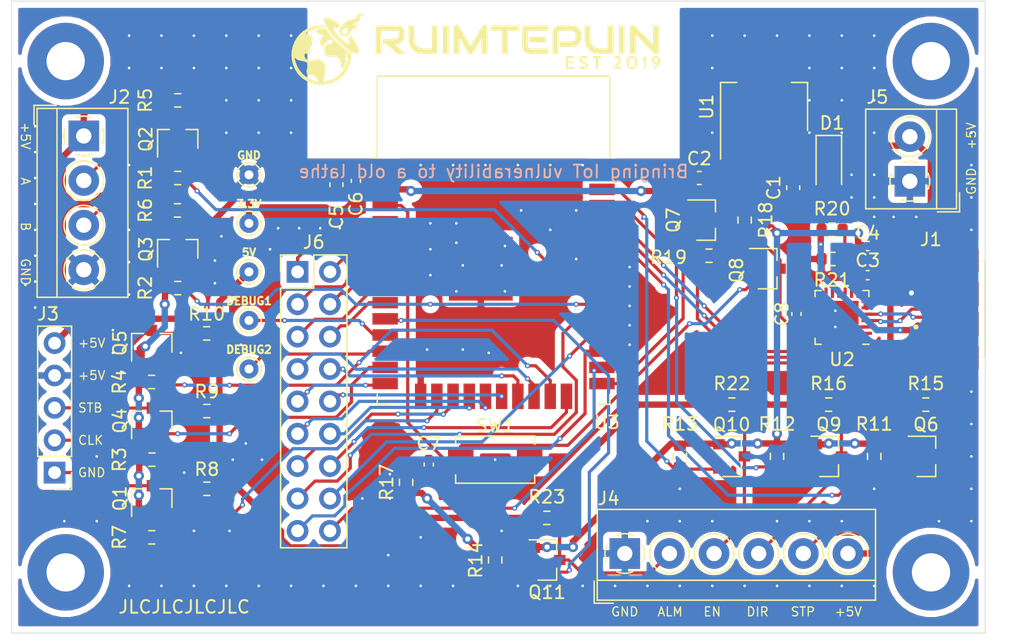
<source format=kicad_pcb>
(kicad_pcb (version 20171130) (host pcbnew 5.1.5+dfsg1-2build2)
  (layers (0 F.Cu signal) (31 B.Cu signal) (34 B.Paste user) (35 F.Paste user) (36 B.SilkS user) (37 F.SilkS user) (38 B.Mask user) (39 F.Mask user) (44 Edge.Cuts user))
  (net 0 "")
  (net 1 GND)
  (net 2 +5V)
  (net 3 +3V3)
  (net 4 RESET)
  (net 5 VBUS)
  (net 6 "Net-(J1-Pad4)")
  (net 7 D+)
  (net 8 D-)
  (net 9 ROT_ENC_B)
  (net 10 ROT_ENC_A)
  (net 11 DIO)
  (net 12 CLK)
  (net 13 STB)
  (net 14 STEP)
  (net 15 DIR)
  (net 16 ENABLE)
  (net 17 ALARM)
  (net 18 L_DISP_MOSI)
  (net 19 L_ENC_A)
  (net 20 L_ENC_B)
  (net 21 L_DISP_CLK)
  (net 22 L_DISP_CS)
  (net 23 L_DRV_STEP)
  (net 24 GPIO0)
  (net 25 DTR)
  (net 26 "Net-(Q7-Pad1)")
  (net 27 RTS)
  (net 28 "Net-(Q8-Pad1)")
  (net 29 L_DRV_DIR)
  (net 30 L_DRV_EN)
  (net 31 L_DRV_ALARM)
  (net 32 "Net-(R20-Pad2)")
  (net 33 DEBUG1)
  (net 34 DEBUG2)
  (net 35 "Net-(U2-Pad24)")
  (net 36 "Net-(U2-Pad22)")
  (net 37 RXD0)
  (net 38 TXD0)
  (net 39 "Net-(U2-Pad18)")
  (net 40 "Net-(U2-Pad17)")
  (net 41 "Net-(U2-Pad15)")
  (net 42 "Net-(U2-Pad14)")
  (net 43 "Net-(U2-Pad13)")
  (net 44 "Net-(U2-Pad12)")
  (net 45 "Net-(U2-Pad11)")
  (net 46 "Net-(U2-Pad10)")
  (net 47 "Net-(U2-Pad9)")
  (net 48 "Net-(U2-Pad1)")
  (net 49 "Net-(U3-Pad32)")
  (net 50 IO39)
  (net 51 IO36)
  (net 52 IO33)
  (net 53 IO32)
  (net 54 IO35)
  (net 55 IO34)
  (net 56 IO10)
  (net 57 IO9)
  (net 58 IO6)
  (net 59 IO11)
  (net 60 IO7)
  (net 61 IO8)
  (net 62 IO2)
  (net 63 IO17)
  (net 64 IO5)
  (net 65 IO12)
  (net 66 IO4)
  (net 67 IO16)
  (net 68 "Net-(J1-PadS1)")
  (net 69 "Net-(C8-Pad2)")
  (module ruimtepuin:ruimtepuin-logo (layer F.Cu) (at 128.778 51.943)
    (fp_text reference G1 hide)
    (fp_text value ruimtepuin-logo hide)
  )
  (module amphenol-usb-micro-b:AMPHENOL_10118192-0002LF (layer F.Cu) (at 164.592 72.263 90)
    (fp_text reference J1 (at 5.461 -0.127 180) (layer F.SilkS))
    (fp_text value "USB B Micro")
    (pad S6 smd rect (at 3.8 2.675 90) (size 1.8 1.9) (layers F.Cu F.Paste F.Mask) (net 68 "Net-(J1-PadS1)"))
    (pad S3 smd rect (at -3.8 2.675 90) (size 1.8 1.9) (layers F.Cu F.Paste F.Mask) (net 68 "Net-(J1-PadS1)"))
    (pad S5 smd rect (at 1.2 2.675 90) (size 1.9 1.9) (layers F.Cu F.Paste F.Mask) (net 68 "Net-(J1-PadS1)"))
    (pad S4 smd rect (at -1.2 2.675 90) (size 1.9 1.9) (layers F.Cu F.Paste F.Mask) (net 68 "Net-(J1-PadS1)"))
    (pad S2 smd rect (at 3.1 0.125 90) (size 2.1 1.6) (layers F.Cu F.Paste F.Mask) (net 68 "Net-(J1-PadS1)"))
    (pad S1 smd rect (at -3.1 0.125 90) (size 2.1 1.6) (layers F.Cu F.Paste F.Mask) (net 68 "Net-(J1-PadS1)"))
    (pad 5 smd rect (at 1.3 0 90) (size 0.4 1.35) (layers F.Cu F.Paste F.Mask) (net 1 GND))
    (pad 1 smd rect (at -1.3 0 90) (size 0.4 1.35) (layers F.Cu F.Paste F.Mask) (net 5 VBUS))
    (pad 4 smd rect (at 0.65 0 90) (size 0.4 1.35) (layers F.Cu F.Paste F.Mask) (net 6 "Net-(J1-Pad4)"))
    (pad 2 smd rect (at -0.65 0 90) (size 0.4 1.35) (layers F.Cu F.Paste F.Mask) (net 8 D-))
    (pad 3 smd rect (at 0 0 90) (size 0.4 1.35) (layers F.Cu F.Paste F.Mask) (net 7 D+))
  )
  (module RF_Module:ESP32-WROOM-32 (layer F.Cu) (at 130.175 69.85)
    (fp_text reference U3 (at 8.89 11.303) (layer F.SilkS))
    (fp_text value ESP32-WROOM-32)
    (pad 38 smd rect (at 8.5 -8.255) (size 2 0.9) (layers F.Cu F.Paste F.Mask) (net 1 GND))
    (pad 37 smd rect (at 8.5 -6.985) (size 2 0.9) (layers F.Cu F.Paste F.Mask) (net 30 L_DRV_EN))
    (pad 36 smd rect (at 8.5 -5.715) (size 2 0.9) (layers F.Cu F.Paste F.Mask) (net 29 L_DRV_DIR))
    (pad 35 smd rect (at 8.5 -4.445) (size 2 0.9) (layers F.Cu F.Paste F.Mask) (net 38 TXD0))
    (pad 34 smd rect (at 8.5 -3.175) (size 2 0.9) (layers F.Cu F.Paste F.Mask) (net 37 RXD0))
    (pad 33 smd rect (at 8.5 -1.905) (size 2 0.9) (layers F.Cu F.Paste F.Mask) (net 23 L_DRV_STEP))
    (pad 32 smd rect (at 8.5 -0.635) (size 2 0.9) (layers F.Cu F.Paste F.Mask) (net 49 "Net-(U3-Pad32)"))
    (pad 31 smd rect (at 8.5 0.635) (size 2 0.9) (layers F.Cu F.Paste F.Mask) (net 19 L_ENC_A))
    (pad 30 smd rect (at 8.5 1.905) (size 2 0.9) (layers F.Cu F.Paste F.Mask) (net 20 L_ENC_B))
    (pad 29 smd rect (at 8.5 3.175) (size 2 0.9) (layers F.Cu F.Paste F.Mask) (net 64 IO5))
    (pad 28 smd rect (at 8.5 4.445) (size 2 0.9) (layers F.Cu F.Paste F.Mask) (net 63 IO17))
    (pad 27 smd rect (at 8.5 5.715) (size 2 0.9) (layers F.Cu F.Paste F.Mask) (net 67 IO16))
    (pad 26 smd rect (at 8.5 6.985) (size 2 0.9) (layers F.Cu F.Paste F.Mask) (net 66 IO4))
    (pad 25 smd rect (at 8.5 8.255) (size 2 0.9) (layers F.Cu F.Paste F.Mask) (net 24 GPIO0))
    (pad 24 smd rect (at 5.715 9.255 90) (size 2 0.9) (layers F.Cu F.Paste F.Mask) (net 62 IO2))
    (pad 23 smd rect (at 4.445 9.255 90) (size 2 0.9) (layers F.Cu F.Paste F.Mask) (net 22 L_DISP_CS))
    (pad 22 smd rect (at 3.175 9.255 90) (size 2 0.9) (layers F.Cu F.Paste F.Mask) (net 61 IO8))
    (pad 21 smd rect (at 1.905 9.255 90) (size 2 0.9) (layers F.Cu F.Paste F.Mask) (net 60 IO7))
    (pad 20 smd rect (at 0.635 9.255 90) (size 2 0.9) (layers F.Cu F.Paste F.Mask) (net 58 IO6))
    (pad 19 smd rect (at -0.635 9.255 90) (size 2 0.9) (layers F.Cu F.Paste F.Mask) (net 59 IO11))
    (pad 18 smd rect (at -1.905 9.255 90) (size 2 0.9) (layers F.Cu F.Paste F.Mask) (net 56 IO10))
    (pad 17 smd rect (at -3.175 9.255 90) (size 2 0.9) (layers F.Cu F.Paste F.Mask) (net 57 IO9))
    (pad 16 smd rect (at -4.445 9.255 90) (size 2 0.9) (layers F.Cu F.Paste F.Mask) (net 18 L_DISP_MOSI))
    (pad 15 smd rect (at -5.715 9.255 90) (size 2 0.9) (layers F.Cu F.Paste F.Mask) (net 1 GND))
    (pad 14 smd rect (at -8.5 8.255) (size 2 0.9) (layers F.Cu F.Paste F.Mask) (net 65 IO12))
    (pad 13 smd rect (at -8.5 6.985) (size 2 0.9) (layers F.Cu F.Paste F.Mask) (net 21 L_DISP_CLK))
    (pad 12 smd rect (at -8.5 5.715) (size 2 0.9) (layers F.Cu F.Paste F.Mask) (net 34 DEBUG2))
    (pad 11 smd rect (at -8.5 4.445) (size 2 0.9) (layers F.Cu F.Paste F.Mask) (net 33 DEBUG1))
    (pad 10 smd rect (at -8.5 3.175) (size 2 0.9) (layers F.Cu F.Paste F.Mask) (net 31 L_DRV_ALARM))
    (pad 9 smd rect (at -8.5 1.905) (size 2 0.9) (layers F.Cu F.Paste F.Mask) (net 52 IO33))
    (pad 8 smd rect (at -8.5 0.635) (size 2 0.9) (layers F.Cu F.Paste F.Mask) (net 53 IO32))
    (pad 7 smd rect (at -8.5 -0.635) (size 2 0.9) (layers F.Cu F.Paste F.Mask) (net 54 IO35))
    (pad 6 smd rect (at -8.5 -1.905) (size 2 0.9) (layers F.Cu F.Paste F.Mask) (net 55 IO34))
    (pad 5 smd rect (at -8.5 -3.175) (size 2 0.9) (layers F.Cu F.Paste F.Mask) (net 50 IO39))
    (pad 4 smd rect (at -8.5 -4.445) (size 2 0.9) (layers F.Cu F.Paste F.Mask) (net 51 IO36))
    (pad 3 smd rect (at -8.5 -5.715) (size 2 0.9) (layers F.Cu F.Paste F.Mask) (net 4 RESET))
    (pad 2 smd rect (at -8.5 -6.985) (size 2 0.9) (layers F.Cu F.Paste F.Mask) (net 3 +3V3))
    (pad 1 smd rect (at -8.5 -8.255) (size 2 0.9) (layers F.Cu F.Paste F.Mask) (net 1 GND))
    (pad 39 smd rect (at -1 -0.755) (size 5 5) (layers F.Cu F.Paste F.Mask) (net 1 GND))
  )
  (module Capacitor_SMD:C_0402_1005Metric (layer F.Cu) (at 153.924 72.644 270)
    (fp_text reference C8 (at 0 1.143 270) (layer F.SilkS))
    (fp_text value 4.7uF)
    (pad 2 smd roundrect (at 0.48 0 270) (size 0.56 0.62) (layers F.Cu F.Paste F.Mask) (net 69 "Net-(C8-Pad2)"))
    (pad 1 smd roundrect (at -0.48 0 270) (size 0.56 0.62) (layers F.Cu F.Paste F.Mask) (net 1 GND))
  )
  (module Capacitor_SMD:C_0402_1005Metric (layer F.Cu) (at 159.512 67.31)
    (fp_text reference C4 (at 0 -1.016) (layer F.SilkS))
    (fp_text value 0.1uF)
    (pad 2 smd roundrect (at 0.48 0) (size 0.56 0.62) (layers F.Cu F.Paste F.Mask) (net 1 GND))
    (pad 1 smd roundrect (at -0.48 0) (size 0.56 0.62) (layers F.Cu F.Paste F.Mask) (net 3 +3V3))
  )
  (module Capacitor_SMD:C_0402_1005Metric (layer F.Cu) (at 159.512 69.596)
    (fp_text reference C3 (at 0 -1.16) (layer F.SilkS))
    (fp_text value 4.7uF)
    (pad 2 smd roundrect (at 0.48 0) (size 0.56 0.62) (layers F.Cu F.Paste F.Mask) (net 1 GND))
    (pad 1 smd roundrect (at -0.48 0) (size 0.56 0.62) (layers F.Cu F.Paste F.Mask) (net 3 +3V3))
  )
  (module Resistor_SMD:R_0603_1608Metric (layer F.Cu) (at 105.41 61.976)
    (fp_text reference R1 (at -2.54 0 90) (layer F.SilkS))
    (fp_text value 10k)
    (pad 2 smd roundrect (at 0.825 0) (size 0.8 0.95) (layers F.Cu F.Paste F.Mask) (net 19 L_ENC_A))
    (pad 1 smd roundrect (at -0.825 0) (size 0.8 0.95) (layers F.Cu F.Paste F.Mask) (net 3 +3V3))
  )
  (module Resistor_SMD:R_0603_1608Metric (layer F.Cu) (at 105.41 70.612)
    (fp_text reference R2 (at -2.54 0 90) (layer F.SilkS))
    (fp_text value 10k)
    (pad 2 smd roundrect (at 0.825 0) (size 0.8 0.95) (layers F.Cu F.Paste F.Mask) (net 20 L_ENC_B))
    (pad 1 smd roundrect (at -0.825 0) (size 0.8 0.95) (layers F.Cu F.Paste F.Mask) (net 3 +3V3))
  )
  (module Resistor_SMD:R_0603_1608Metric (layer F.Cu) (at 103.394 84.074)
    (fp_text reference R3 (at -2.556 0 90) (layer F.SilkS))
    (fp_text value 10k)
    (pad 2 smd roundrect (at 0.825 0) (size 0.8 0.95) (layers F.Cu F.Paste F.Mask) (net 21 L_DISP_CLK))
    (pad 1 smd roundrect (at -0.825 0) (size 0.8 0.95) (layers F.Cu F.Paste F.Mask) (net 3 +3V3))
  )
  (module Resistor_SMD:R_0603_1608Metric (layer F.Cu) (at 103.362 77.978)
    (fp_text reference R4 (at -2.524 0 90) (layer F.SilkS))
    (fp_text value 10k)
    (pad 2 smd roundrect (at 0.825 0) (size 0.8 0.95) (layers F.Cu F.Paste F.Mask) (net 22 L_DISP_CS))
    (pad 1 smd roundrect (at -0.825 0) (size 0.8 0.95) (layers F.Cu F.Paste F.Mask) (net 3 +3V3))
  )
  (module Resistor_SMD:R_0603_1608Metric (layer F.Cu) (at 105.41 55.88)
    (fp_text reference R5 (at -2.54 0 90) (layer F.SilkS))
    (fp_text value 10k)
    (pad 2 smd roundrect (at 0.825 0) (size 0.8 0.95) (layers F.Cu F.Paste F.Mask) (net 10 ROT_ENC_A))
    (pad 1 smd roundrect (at -0.825 0) (size 0.8 0.95) (layers F.Cu F.Paste F.Mask) (net 2 +5V))
  )
  (module Resistor_SMD:R_0603_1608Metric (layer F.Cu) (at 105.394 64.516 180)
    (fp_text reference R6 (at 2.524 0 90) (layer F.SilkS))
    (fp_text value 10k)
    (pad 2 smd roundrect (at 0.825 0 180) (size 0.8 0.95) (layers F.Cu F.Paste F.Mask) (net 9 ROT_ENC_B))
    (pad 1 smd roundrect (at -0.825 0 180) (size 0.8 0.95) (layers F.Cu F.Paste F.Mask) (net 2 +5V))
  )
  (module Resistor_SMD:R_0603_1608Metric (layer F.Cu) (at 103.378 90.17)
    (fp_text reference R7 (at -2.54 0 90) (layer F.SilkS))
    (fp_text value 10k)
    (pad 2 smd roundrect (at 0.825 0) (size 0.8 0.95) (layers F.Cu F.Paste F.Mask) (net 18 L_DISP_MOSI))
    (pad 1 smd roundrect (at -0.825 0) (size 0.8 0.95) (layers F.Cu F.Paste F.Mask) (net 3 +3V3))
  )
  (module Resistor_SMD:R_0603_1608Metric (layer F.Cu) (at 107.696 86.36 180)
    (fp_text reference R8 (at 0 1.524) (layer F.SilkS))
    (fp_text value 10k)
    (pad 2 smd roundrect (at 0.825 0 180) (size 0.8 0.95) (layers F.Cu F.Paste F.Mask) (net 11 DIO))
    (pad 1 smd roundrect (at -0.825 0 180) (size 0.8 0.95) (layers F.Cu F.Paste F.Mask) (net 2 +5V))
  )
  (module Resistor_SMD:R_0603_1608Metric (layer F.Cu) (at 107.696 80.264 180)
    (fp_text reference R9 (at 0 1.524) (layer F.SilkS))
    (fp_text value 10k)
    (pad 2 smd roundrect (at 0.825 0 180) (size 0.8 0.95) (layers F.Cu F.Paste F.Mask) (net 12 CLK))
    (pad 1 smd roundrect (at -0.825 0 180) (size 0.8 0.95) (layers F.Cu F.Paste F.Mask) (net 2 +5V))
  )
  (module Resistor_SMD:R_0603_1608Metric (layer F.Cu) (at 107.68 74.168 180)
    (fp_text reference R10 (at 0 1.524) (layer F.SilkS))
    (fp_text value 10k)
    (pad 2 smd roundrect (at 0.825 0 180) (size 0.8 0.95) (layers F.Cu F.Paste F.Mask) (net 13 STB))
    (pad 1 smd roundrect (at -0.825 0 180) (size 0.8 0.95) (layers F.Cu F.Paste F.Mask) (net 2 +5V))
  )
  (module Resistor_SMD:R_0603_1608Metric (layer F.Cu) (at 160.02 83.82 270)
    (fp_text reference R11 (at -2.54 0 180) (layer F.SilkS))
    (fp_text value 10k)
    (pad 2 smd roundrect (at 0.825 0 270) (size 0.8 0.95) (layers F.Cu F.Paste F.Mask) (net 23 L_DRV_STEP))
    (pad 1 smd roundrect (at -0.825 0 270) (size 0.8 0.95) (layers F.Cu F.Paste F.Mask) (net 3 +3V3))
  )
  (module Resistor_SMD:R_0603_1608Metric (layer F.Cu) (at 152.4 83.82 270)
    (fp_text reference R12 (at -2.54 0 180) (layer F.SilkS))
    (fp_text value 10k)
    (pad 2 smd roundrect (at 0.825 0 270) (size 0.8 0.95) (layers F.Cu F.Paste F.Mask) (net 29 L_DRV_DIR))
    (pad 1 smd roundrect (at -0.825 0 270) (size 0.8 0.95) (layers F.Cu F.Paste F.Mask) (net 3 +3V3))
  )
  (module Resistor_SMD:R_0603_1608Metric (layer F.Cu) (at 144.78 83.82 270)
    (fp_text reference R13 (at -2.54 0 180) (layer F.SilkS))
    (fp_text value 10k)
    (pad 2 smd roundrect (at 0.825 0 270) (size 0.8 0.95) (layers F.Cu F.Paste F.Mask) (net 30 L_DRV_EN))
    (pad 1 smd roundrect (at -0.825 0 270) (size 0.8 0.95) (layers F.Cu F.Paste F.Mask) (net 3 +3V3))
  )
  (module Resistor_SMD:R_0603_1608Metric (layer F.Cu) (at 130.302 91.948 270)
    (fp_text reference R14 (at 0 1.524 90) (layer F.SilkS))
    (fp_text value 10k)
    (pad 2 smd roundrect (at 0.825 0 270) (size 0.8 0.95) (layers F.Cu F.Paste F.Mask) (net 31 L_DRV_ALARM))
    (pad 1 smd roundrect (at -0.825 0 270) (size 0.8 0.95) (layers F.Cu F.Paste F.Mask) (net 3 +3V3))
  )
  (module Resistor_SMD:R_0603_1608Metric (layer F.Cu) (at 164.068 79.756)
    (fp_text reference R15 (at 0 -1.65) (layer F.SilkS))
    (fp_text value 10k)
    (pad 2 smd roundrect (at 0.825 0) (size 0.8 0.95) (layers F.Cu F.Paste F.Mask) (net 14 STEP))
    (pad 1 smd roundrect (at -0.825 0) (size 0.8 0.95) (layers F.Cu F.Paste F.Mask) (net 2 +5V))
  )
  (module Resistor_SMD:R_0603_1608Metric (layer F.Cu) (at 156.448 79.756)
    (fp_text reference R16 (at 0 -1.65) (layer F.SilkS))
    (fp_text value 10k)
    (pad 2 smd roundrect (at 0.825 0) (size 0.8 0.95) (layers F.Cu F.Paste F.Mask) (net 15 DIR))
    (pad 1 smd roundrect (at -0.825 0) (size 0.8 0.95) (layers F.Cu F.Paste F.Mask) (net 2 +5V))
  )
  (module Resistor_SMD:R_0603_1608Metric (layer F.Cu) (at 123.317 85.852 90)
    (fp_text reference R17 (at 0 -1.524 270) (layer F.SilkS))
    (fp_text value 10k)
    (pad 2 smd roundrect (at 0.825 0 90) (size 0.8 0.95) (layers F.Cu F.Paste F.Mask) (net 4 RESET))
    (pad 1 smd roundrect (at -0.825 0 90) (size 0.8 0.95) (layers F.Cu F.Paste F.Mask) (net 3 +3V3))
  )
  (module Resistor_SMD:R_0603_1608Metric (layer F.Cu) (at 149.86 65.278 90)
    (fp_text reference R18 (at 0 1.651 90) (layer F.SilkS))
    (fp_text value 10k)
    (pad 2 smd roundrect (at 0.825 0 90) (size 0.8 0.95) (layers F.Cu F.Paste F.Mask) (net 26 "Net-(Q7-Pad1)"))
    (pad 1 smd roundrect (at -0.825 0 90) (size 0.8 0.95) (layers F.Cu F.Paste F.Mask) (net 27 RTS))
  )
  (module Resistor_SMD:R_0603_1608Metric (layer F.Cu) (at 147.066 68.072)
    (fp_text reference R19 (at -3.175 0.127 180) (layer F.SilkS))
    (fp_text value 10k)
    (pad 1 smd roundrect (at -0.825 0) (size 0.8 0.95) (layers F.Cu F.Paste F.Mask) (net 25 DTR))
    (pad 2 smd roundrect (at 0.825 0) (size 0.8 0.95) (layers F.Cu F.Paste F.Mask) (net 28 "Net-(Q8-Pad1)"))
  )
  (module Resistor_SMD:R_0603_1608Metric (layer F.Cu) (at 156.718 66.04)
    (fp_text reference R20 (at 0 -1.65) (layer F.SilkS))
    (fp_text value 22k)
    (pad 2 smd roundrect (at 0.825 0) (size 0.8 0.95) (layers F.Cu F.Paste F.Mask) (net 32 "Net-(R20-Pad2)"))
    (pad 1 smd roundrect (at -0.825 0) (size 0.8 0.95) (layers F.Cu F.Paste F.Mask) (net 5 VBUS))
  )
  (module Resistor_SMD:R_0603_1608Metric (layer F.Cu) (at 156.718 68.326 180)
    (fp_text reference R21 (at 0 -1.65) (layer F.SilkS))
    (fp_text value 47k)
    (pad 2 smd roundrect (at 0.825 0 180) (size 0.8 0.95) (layers F.Cu F.Paste F.Mask) (net 1 GND))
    (pad 1 smd roundrect (at -0.825 0 180) (size 0.8 0.95) (layers F.Cu F.Paste F.Mask) (net 32 "Net-(R20-Pad2)"))
  )
  (module Resistor_SMD:R_0603_1608Metric (layer F.Cu) (at 148.86 79.756)
    (fp_text reference R22 (at 0 -1.65) (layer F.SilkS))
    (fp_text value 10k)
    (pad 2 smd roundrect (at 0.825 0) (size 0.8 0.95) (layers F.Cu F.Paste F.Mask) (net 16 ENABLE))
    (pad 1 smd roundrect (at -0.825 0) (size 0.8 0.95) (layers F.Cu F.Paste F.Mask) (net 2 +5V))
  )
  (module Resistor_SMD:R_0603_1608Metric (layer F.Cu) (at 134.35 88.646)
    (fp_text reference R23 (at 0 -1.65) (layer F.SilkS))
    (fp_text value 10k)
    (pad 2 smd roundrect (at 0.825 0) (size 0.8 0.95) (layers F.Cu F.Paste F.Mask) (net 17 ALARM))
    (pad 1 smd roundrect (at -0.825 0) (size 0.8 0.95) (layers F.Cu F.Paste F.Mask) (net 2 +5V))
  )
  (module Capacitor_SMD:C_0603_1608Metric (layer F.Cu) (at 146.304 61.976 180)
    (fp_text reference C2 (at 0 1.524) (layer F.SilkS))
    (fp_text value 22uF)
    (pad 2 smd roundrect (at 0.775 0 180) (size 0.9 0.95) (layers F.Cu F.Paste F.Mask) (net 1 GND))
    (pad 1 smd roundrect (at -0.775 0 180) (size 0.9 0.95) (layers F.Cu F.Paste F.Mask) (net 3 +3V3))
  )
  (module Connector_PinHeader_2.54mm:PinHeader_2x09_P2.54mm_Vertical (layer F.Cu) (at 114.808 69.342)
    (fp_text reference J6 (at 1.27 -2.33) (layer F.SilkS))
    (fp_text value Expansion)
    (pad 18 thru_hole oval (at 2.54 20.32) (size 1.7 1.7) (drill 1) (layers *.Cu *.Mask) (net 66 IO4))
    (pad 17 thru_hole oval (at 0 20.32) (size 1.7 1.7) (drill 1) (layers *.Cu *.Mask) (net 67 IO16))
    (pad 16 thru_hole oval (at 2.54 17.78) (size 1.7 1.7) (drill 1) (layers *.Cu *.Mask) (net 63 IO17))
    (pad 15 thru_hole oval (at 0 17.78) (size 1.7 1.7) (drill 1) (layers *.Cu *.Mask) (net 64 IO5))
    (pad 14 thru_hole oval (at 2.54 15.24) (size 1.7 1.7) (drill 1) (layers *.Cu *.Mask) (net 62 IO2))
    (pad 13 thru_hole oval (at 0 15.24) (size 1.7 1.7) (drill 1) (layers *.Cu *.Mask) (net 57 IO9))
    (pad 12 thru_hole oval (at 2.54 12.7) (size 1.7 1.7) (drill 1) (layers *.Cu *.Mask) (net 56 IO10))
    (pad 11 thru_hole oval (at 0 12.7) (size 1.7 1.7) (drill 1) (layers *.Cu *.Mask) (net 59 IO11))
    (pad 10 thru_hole oval (at 2.54 10.16) (size 1.7 1.7) (drill 1) (layers *.Cu *.Mask) (net 58 IO6))
    (pad 9 thru_hole oval (at 0 10.16) (size 1.7 1.7) (drill 1) (layers *.Cu *.Mask) (net 65 IO12))
    (pad 8 thru_hole oval (at 2.54 7.62) (size 1.7 1.7) (drill 1) (layers *.Cu *.Mask) (net 60 IO7))
    (pad 7 thru_hole oval (at 0 7.62) (size 1.7 1.7) (drill 1) (layers *.Cu *.Mask) (net 61 IO8))
    (pad 6 thru_hole oval (at 2.54 5.08) (size 1.7 1.7) (drill 1) (layers *.Cu *.Mask) (net 52 IO33))
    (pad 5 thru_hole oval (at 0 5.08) (size 1.7 1.7) (drill 1) (layers *.Cu *.Mask) (net 53 IO32))
    (pad 4 thru_hole oval (at 2.54 2.54) (size 1.7 1.7) (drill 1) (layers *.Cu *.Mask) (net 54 IO35))
    (pad 3 thru_hole oval (at 0 2.54) (size 1.7 1.7) (drill 1) (layers *.Cu *.Mask) (net 55 IO34))
    (pad 2 thru_hole oval (at 2.54 0) (size 1.7 1.7) (drill 1) (layers *.Cu *.Mask) (net 50 IO39))
    (pad 1 thru_hole rect (at 0 0) (size 1.7 1.7) (drill 1) (layers *.Cu *.Mask) (net 51 IO36))
  )
  (module Capacitor_SMD:C_0402_1005Metric (layer F.Cu) (at 125.095 84.455 270)
    (fp_text reference C7 (at -1.651 0 180) (layer F.SilkS))
    (fp_text value 0.1uF)
    (pad 2 smd roundrect (at 0.48 0 270) (size 0.56 0.62) (layers F.Cu F.Paste F.Mask) (net 1 GND))
    (pad 1 smd roundrect (at -0.48 0 270) (size 0.56 0.62) (layers F.Cu F.Paste F.Mask) (net 4 RESET))
  )
  (module Capacitor_SMD:C_0402_1005Metric (layer F.Cu) (at 119.38 62.202 90)
    (fp_text reference C6 (at -1.806 0 90) (layer F.SilkS))
    (fp_text value 0.1uF)
    (pad 2 smd roundrect (at 0.48 0 90) (size 0.56 0.62) (layers F.Cu F.Paste F.Mask) (net 1 GND))
    (pad 1 smd roundrect (at -0.48 0 90) (size 0.56 0.62) (layers F.Cu F.Paste F.Mask) (net 3 +3V3))
  )
  (module Capacitor_SMD:C_0603_1608Metric (layer F.Cu) (at 117.856 62.497 90)
    (fp_text reference C5 (at -2.527 0 90) (layer F.SilkS))
    (fp_text value 22uF)
    (pad 2 smd roundrect (at 0.775 0 90) (size 0.9 0.95) (layers F.Cu F.Paste F.Mask) (net 1 GND))
    (pad 1 smd roundrect (at -0.775 0 90) (size 0.9 0.95) (layers F.Cu F.Paste F.Mask) (net 3 +3V3))
  )
  (module Capacitor_SMD:C_0603_1608Metric (layer F.Cu) (at 153.67 62.738 270)
    (fp_text reference C1 (at 0 1.524 90) (layer F.SilkS))
    (fp_text value 22uF)
    (pad 2 smd roundrect (at 0.775 0 270) (size 0.9 0.95) (layers F.Cu F.Paste F.Mask) (net 1 GND))
    (pad 1 smd roundrect (at -0.775 0 270) (size 0.9 0.95) (layers F.Cu F.Paste F.Mask) (net 2 +5V))
  )
  (module MountingHole:MountingHole_3mm_Pad_TopBottom (layer F.Cu) (at 164.475 92.92)
    (fp_text reference H4 hide)
    (fp_text value MountingHole)
    (pad 1 connect circle (at 0 0) (size 6 6) (layers B.Cu B.Mask))
    (pad 1 connect circle (at 0 0) (size 6 6) (layers F.Cu F.Mask))
    (pad 1 thru_hole circle (at 0 0) (size 3.4 3.4) (drill 3) (layers *.Cu *.Mask))
  )
  (module MountingHole:MountingHole_3mm_Pad_TopBottom (layer F.Cu) (at 164.475 52.8)
    (fp_text reference H3 hide)
    (fp_text value MountingHole)
    (pad 1 connect circle (at 0 0) (size 6 6) (layers B.Cu B.Mask))
    (pad 1 connect circle (at 0 0) (size 6 6) (layers F.Cu F.Mask))
    (pad 1 thru_hole circle (at 0 0) (size 3.4 3.4) (drill 3) (layers *.Cu *.Mask))
  )
  (module MountingHole:MountingHole_3mm_Pad_TopBottom (layer F.Cu) (at 96.625 92.92)
    (fp_text reference H2 hide)
    (fp_text value MountingHole)
    (pad 1 connect circle (at 0 0) (size 6 6) (layers B.Cu B.Mask))
    (pad 1 connect circle (at 0 0) (size 6 6) (layers F.Cu F.Mask))
    (pad 1 thru_hole circle (at 0 0) (size 3.4 3.4) (drill 3) (layers *.Cu *.Mask))
  )
  (module MountingHole:MountingHole_3mm_Pad_TopBottom (layer F.Cu) (at 96.625 52.8)
    (fp_text reference H1 hide)
    (fp_text value MountingHole)
    (pad 1 connect circle (at 0 0) (size 6 6) (layers B.Cu B.Mask))
    (pad 1 connect circle (at 0 0) (size 6 6) (layers F.Cu F.Mask))
    (pad 1 thru_hole circle (at 0 0) (size 3.4 3.4) (drill 3) (layers *.Cu *.Mask))
  )
  (module TerminalBlock_4Ucon:TerminalBlock_4Ucon_1x04_P3.50mm_Horizontal (layer F.Cu) (at 98.044 58.674 270)
    (fp_text reference J2 (at -3.048 -2.794 180) (layer F.SilkS))
    (fp_text value "Rotary Encoder")
    (pad 4 thru_hole circle (at 10.5 0 270) (size 2.4 2.4) (drill 1.2) (layers *.Cu *.Mask) (net 1 GND))
    (pad 3 thru_hole circle (at 7 0 270) (size 2.4 2.4) (drill 1.2) (layers *.Cu *.Mask) (net 9 ROT_ENC_B))
    (pad 2 thru_hole circle (at 3.5 0 270) (size 2.4 2.4) (drill 1.2) (layers *.Cu *.Mask) (net 10 ROT_ENC_A))
    (pad 1 thru_hole rect (at 0 0 270) (size 2.4 2.4) (drill 1.2) (layers *.Cu *.Mask) (net 2 +5V))
  )
  (module Package_TO_SOT_SMD:SOT-23 (layer F.Cu) (at 105.41 67.564 90)
    (fp_text reference Q3 (at 0 -2.5 90) (layer F.SilkS))
    (fp_text value 2N7002)
    (pad 3 smd rect (at 1 0 90) (size 0.9 0.8) (layers F.Cu F.Paste F.Mask) (net 9 ROT_ENC_B))
    (pad 2 smd rect (at -1 0.95 90) (size 0.9 0.8) (layers F.Cu F.Paste F.Mask) (net 20 L_ENC_B))
    (pad 1 smd rect (at -1 -0.95 90) (size 0.9 0.8) (layers F.Cu F.Paste F.Mask) (net 3 +3V3))
  )
  (module Button_Switch_SMD:SW_SPST_EVQPE1 (layer F.Cu) (at 130.302 84.074)
    (fp_text reference SW1 (at 0 -2.65) (layer F.SilkS))
    (fp_text value Reset)
    (pad 1 smd rect (at -2.7 0) (size 2 1.6) (layers F.Cu F.Paste F.Mask) (net 4 RESET))
    (pad 2 smd rect (at 2.7 0) (size 2 1.6) (layers F.Cu F.Paste F.Mask) (net 1 GND))
  )
  (module TerminalBlock_4Ucon:TerminalBlock_4Ucon_1x02_P3.50mm_Horizontal (layer F.Cu) (at 162.814 62.23 90)
    (fp_text reference J5 (at 6.604 -2.54 180) (layer F.SilkS))
    (fp_text value Power)
    (pad 2 thru_hole circle (at 3.5 0 90) (size 2.4 2.4) (drill 1.2) (layers *.Cu *.Mask) (net 2 +5V))
    (pad 1 thru_hole rect (at 0 0 90) (size 2.4 2.4) (drill 1.2) (layers *.Cu *.Mask) (net 1 GND))
  )
  (module TestPoint:TestPoint_THTPad_D1.5mm_Drill0.7mm (layer F.Cu) (at 110.998 65.532)
    (fp_text reference TP3 hide)
    (fp_text value 3.3V (at 0 -1.524 180) (layer F.SilkS) (effects (font (size 0.6 0.6))))
    (pad 1 thru_hole circle (at 0 0) (size 1.5 1.5) (drill 0.7) (layers *.Cu *.Mask) (net 3 +3V3))
  )
  (module TerminalBlock_4Ucon:TerminalBlock_4Ucon_1x06_P3.50mm_Horizontal (layer F.Cu) (at 140.462 91.44)
    (fp_text reference J4 (at -1.27 -4.318) (layer F.SilkS))
    (fp_text value "Stepper Driver/Servo")
    (pad 6 thru_hole circle (at 17.5 0) (size 2.4 2.4) (drill 1.2) (layers *.Cu *.Mask) (net 2 +5V))
    (pad 5 thru_hole circle (at 14 0) (size 2.4 2.4) (drill 1.2) (layers *.Cu *.Mask) (net 14 STEP))
    (pad 4 thru_hole circle (at 10.5 0) (size 2.4 2.4) (drill 1.2) (layers *.Cu *.Mask) (net 15 DIR))
    (pad 3 thru_hole circle (at 7 0) (size 2.4 2.4) (drill 1.2) (layers *.Cu *.Mask) (net 16 ENABLE))
    (pad 2 thru_hole circle (at 3.5 0) (size 2.4 2.4) (drill 1.2) (layers *.Cu *.Mask) (net 17 ALARM))
    (pad 1 thru_hole rect (at 0 0) (size 2.4 2.4) (drill 1.2) (layers *.Cu *.Mask) (net 1 GND))
  )
  (module Package_DFN_QFN:QFN-24-1EP_4x4mm_P0.5mm_EP2.6x2.6mm (layer F.Cu) (at 157.495 72.913 180)
    (fp_text reference U2 (at 0 -3.3) (layer F.SilkS))
    (fp_text value CP2104)
    (pad 25 smd rect (at 0 0 180) (size 2.6 2.6) (layers F.Cu F.Mask) (net 1 GND))
    (pad 24 smd roundrect (at -1.25 -1.9375 180) (size 0.25 0.825) (layers F.Cu F.Paste F.Mask) (net 35 "Net-(U2-Pad24)"))
    (pad 23 smd roundrect (at -0.75 -1.9375 180) (size 0.25 0.825) (layers F.Cu F.Paste F.Mask) (net 25 DTR))
    (pad 22 smd roundrect (at -0.25 -1.9375 180) (size 0.25 0.825) (layers F.Cu F.Paste F.Mask) (net 36 "Net-(U2-Pad22)"))
    (pad 21 smd roundrect (at 0.25 -1.9375 180) (size 0.25 0.825) (layers F.Cu F.Paste F.Mask) (net 37 RXD0))
    (pad 20 smd roundrect (at 0.75 -1.9375 180) (size 0.25 0.825) (layers F.Cu F.Paste F.Mask) (net 38 TXD0))
    (pad 19 smd roundrect (at 1.25 -1.9375 180) (size 0.25 0.825) (layers F.Cu F.Paste F.Mask) (net 27 RTS))
    (pad 18 smd roundrect (at 1.9375 -1.25 180) (size 0.825 0.25) (layers F.Cu F.Paste F.Mask) (net 39 "Net-(U2-Pad18)"))
    (pad 17 smd roundrect (at 1.9375 -0.75 180) (size 0.825 0.25) (layers F.Cu F.Paste F.Mask) (net 40 "Net-(U2-Pad17)"))
    (pad 16 smd roundrect (at 1.9375 -0.25 180) (size 0.825 0.25) (layers F.Cu F.Paste F.Mask) (net 69 "Net-(C8-Pad2)"))
    (pad 15 smd roundrect (at 1.9375 0.25 180) (size 0.825 0.25) (layers F.Cu F.Paste F.Mask) (net 41 "Net-(U2-Pad15)"))
    (pad 14 smd roundrect (at 1.9375 0.75 180) (size 0.825 0.25) (layers F.Cu F.Paste F.Mask) (net 42 "Net-(U2-Pad14)"))
    (pad 13 smd roundrect (at 1.9375 1.25 180) (size 0.825 0.25) (layers F.Cu F.Paste F.Mask) (net 43 "Net-(U2-Pad13)"))
    (pad 12 smd roundrect (at 1.25 1.9375 180) (size 0.25 0.825) (layers F.Cu F.Paste F.Mask) (net 44 "Net-(U2-Pad12)"))
    (pad 11 smd roundrect (at 0.75 1.9375 180) (size 0.25 0.825) (layers F.Cu F.Paste F.Mask) (net 45 "Net-(U2-Pad11)"))
    (pad 10 smd roundrect (at 0.25 1.9375 180) (size 0.25 0.825) (layers F.Cu F.Paste F.Mask) (net 46 "Net-(U2-Pad10)"))
    (pad 9 smd roundrect (at -0.25 1.9375 180) (size 0.25 0.825) (layers F.Cu F.Paste F.Mask) (net 47 "Net-(U2-Pad9)"))
    (pad 8 smd roundrect (at -0.75 1.9375 180) (size 0.25 0.825) (layers F.Cu F.Paste F.Mask) (net 32 "Net-(R20-Pad2)"))
    (pad 7 smd roundrect (at -1.25 1.9375 180) (size 0.25 0.825) (layers F.Cu F.Paste F.Mask) (net 3 +3V3))
    (pad 6 smd roundrect (at -1.9375 1.25 180) (size 0.825 0.25) (layers F.Cu F.Paste F.Mask) (net 3 +3V3))
    (pad 5 smd roundrect (at -1.9375 0.75 180) (size 0.825 0.25) (layers F.Cu F.Paste F.Mask) (net 3 +3V3))
    (pad 4 smd roundrect (at -1.9375 0.25 180) (size 0.825 0.25) (layers F.Cu F.Paste F.Mask) (net 8 D-))
    (pad 3 smd roundrect (at -1.9375 -0.25 180) (size 0.825 0.25) (layers F.Cu F.Paste F.Mask) (net 7 D+))
    (pad 2 smd roundrect (at -1.9375 -0.75 180) (size 0.825 0.25) (layers F.Cu F.Paste F.Mask) (net 1 GND))
    (pad 1 smd roundrect (at -1.9375 -1.25 180) (size 0.825 0.25) (layers F.Cu F.Paste F.Mask) (net 48 "Net-(U2-Pad1)"))
  )
  (module Package_TO_SOT_SMD:SOT-223-3_TabPin2 (layer F.Cu) (at 151.384 56.388 90)
    (fp_text reference U1 (at 0 -4.5 90) (layer F.SilkS))
    (fp_text value AMS1117-3.3)
    (pad 1 smd rect (at -3.15 -2.3 90) (size 2 1.5) (layers F.Cu F.Paste F.Mask) (net 1 GND))
    (pad 3 smd rect (at -3.15 2.3 90) (size 2 1.5) (layers F.Cu F.Paste F.Mask) (net 2 +5V))
    (pad 2 smd rect (at -3.15 0 90) (size 2 1.5) (layers F.Cu F.Paste F.Mask) (net 3 +3V3))
    (pad 2 smd rect (at 3.15 0 90) (size 2 3.8) (layers F.Cu F.Paste F.Mask) (net 3 +3V3))
  )
  (module TestPoint:TestPoint_THTPad_D1.5mm_Drill0.7mm (layer F.Cu) (at 110.998 76.962)
    (fp_text reference TP5 hide)
    (fp_text value DEBUG2 (at 0 -1.524) (layer F.SilkS) (effects (font (size 0.6 0.6))))
    (pad 1 thru_hole circle (at 0 0) (size 1.5 1.5) (drill 0.7) (layers *.Cu *.Mask) (net 34 DEBUG2))
  )
  (module TestPoint:TestPoint_THTPad_D1.5mm_Drill0.7mm (layer F.Cu) (at 110.998 73.152)
    (fp_text reference TP4 hide)
    (fp_text value DEBUG1 (at 0 -1.524 180) (layer F.SilkS) (effects (font (size 0.6 0.6))))
    (pad 1 thru_hole circle (at 0 0) (size 1.5 1.5) (drill 0.7) (layers *.Cu *.Mask) (net 33 DEBUG1))
  )
  (module TestPoint:TestPoint_THTPad_D1.5mm_Drill0.7mm (layer F.Cu) (at 110.998 61.722)
    (fp_text reference TP1 hide)
    (fp_text value GND (at 0 -1.524 180) (layer F.SilkS) (effects (font (size 0.6 0.6))))
    (pad 1 thru_hole circle (at 0 0) (size 1.5 1.5) (drill 0.7) (layers *.Cu *.Mask) (net 1 GND))
  )
  (module TestPoint:TestPoint_THTPad_D1.5mm_Drill0.7mm (layer F.Cu) (at 110.998 69.342)
    (fp_text reference TP2 hide)
    (fp_text value 5V (at 0 -1.524 180) (layer F.SilkS) (effects (font (size 0.6 0.6))))
    (pad 1 thru_hole circle (at 0 0) (size 1.5 1.5) (drill 0.7) (layers *.Cu *.Mask) (net 2 +5V))
  )
  (module Package_TO_SOT_SMD:SOT-23 (layer F.Cu) (at 134.366 91.948)
    (fp_text reference Q11 (at 0 2.54) (layer F.SilkS))
    (fp_text value 2N7002)
    (pad 3 smd rect (at 1 0) (size 0.9 0.8) (layers F.Cu F.Paste F.Mask) (net 17 ALARM))
    (pad 2 smd rect (at -1 0.95) (size 0.9 0.8) (layers F.Cu F.Paste F.Mask) (net 31 L_DRV_ALARM))
    (pad 1 smd rect (at -1 -0.95) (size 0.9 0.8) (layers F.Cu F.Paste F.Mask) (net 3 +3V3))
  )
  (module Package_TO_SOT_SMD:SOT-23 (layer F.Cu) (at 148.844 83.82)
    (fp_text reference Q10 (at 0 -2.5) (layer F.SilkS))
    (fp_text value 2N7002)
    (pad 3 smd rect (at 1 0) (size 0.9 0.8) (layers F.Cu F.Paste F.Mask) (net 16 ENABLE))
    (pad 2 smd rect (at -1 0.95) (size 0.9 0.8) (layers F.Cu F.Paste F.Mask) (net 30 L_DRV_EN))
    (pad 1 smd rect (at -1 -0.95) (size 0.9 0.8) (layers F.Cu F.Paste F.Mask) (net 3 +3V3))
  )
  (module Package_TO_SOT_SMD:SOT-23 (layer F.Cu) (at 156.464 83.82)
    (fp_text reference Q9 (at 0 -2.5) (layer F.SilkS))
    (fp_text value 2N7002)
    (pad 3 smd rect (at 1 0) (size 0.9 0.8) (layers F.Cu F.Paste F.Mask) (net 15 DIR))
    (pad 2 smd rect (at -1 0.95) (size 0.9 0.8) (layers F.Cu F.Paste F.Mask) (net 29 L_DRV_DIR))
    (pad 1 smd rect (at -1 -0.95) (size 0.9 0.8) (layers F.Cu F.Paste F.Mask) (net 3 +3V3))
  )
  (module Package_TO_SOT_SMD:SOT-23 (layer F.Cu) (at 151.638 69.088)
    (fp_text reference Q8 (at -2.413 0.127 90) (layer F.SilkS))
    (fp_text value MMBT3904)
    (pad 3 smd rect (at 1 0) (size 0.9 0.8) (layers F.Cu F.Paste F.Mask) (net 27 RTS))
    (pad 2 smd rect (at -1 0.95) (size 0.9 0.8) (layers F.Cu F.Paste F.Mask) (net 4 RESET))
    (pad 1 smd rect (at -1 -0.95) (size 0.9 0.8) (layers F.Cu F.Paste F.Mask) (net 28 "Net-(Q8-Pad1)"))
  )
  (module Package_TO_SOT_SMD:SOT-23 (layer F.Cu) (at 146.812 65.278)
    (fp_text reference Q7 (at -2.54 0 90) (layer F.SilkS))
    (fp_text value MMBT3904)
    (pad 3 smd rect (at 1 0) (size 0.9 0.8) (layers F.Cu F.Paste F.Mask) (net 24 GPIO0))
    (pad 2 smd rect (at -1 0.95) (size 0.9 0.8) (layers F.Cu F.Paste F.Mask) (net 25 DTR))
    (pad 1 smd rect (at -1 -0.95) (size 0.9 0.8) (layers F.Cu F.Paste F.Mask) (net 26 "Net-(Q7-Pad1)"))
  )
  (module Package_TO_SOT_SMD:SOT-23 (layer F.Cu) (at 164.084 83.82)
    (fp_text reference Q6 (at 0 -2.5) (layer F.SilkS))
    (fp_text value 2N7002)
    (pad 3 smd rect (at 1 0) (size 0.9 0.8) (layers F.Cu F.Paste F.Mask) (net 14 STEP))
    (pad 2 smd rect (at -1 0.95) (size 0.9 0.8) (layers F.Cu F.Paste F.Mask) (net 23 L_DRV_STEP))
    (pad 1 smd rect (at -1 -0.95) (size 0.9 0.8) (layers F.Cu F.Paste F.Mask) (net 3 +3V3))
  )
  (module Package_TO_SOT_SMD:SOT-23 (layer F.Cu) (at 103.378 74.93 90)
    (fp_text reference Q5 (at 0 -2.5 90) (layer F.SilkS))
    (fp_text value 2N7002)
    (pad 3 smd rect (at 1 0 90) (size 0.9 0.8) (layers F.Cu F.Paste F.Mask) (net 13 STB))
    (pad 2 smd rect (at -1 0.95 90) (size 0.9 0.8) (layers F.Cu F.Paste F.Mask) (net 22 L_DISP_CS))
    (pad 1 smd rect (at -1 -0.95 90) (size 0.9 0.8) (layers F.Cu F.Paste F.Mask) (net 3 +3V3))
  )
  (module Package_TO_SOT_SMD:SOT-23 (layer F.Cu) (at 103.378 81.026 90)
    (fp_text reference Q4 (at 0 -2.5 90) (layer F.SilkS))
    (fp_text value 2N7002)
    (pad 3 smd rect (at 1 0 90) (size 0.9 0.8) (layers F.Cu F.Paste F.Mask) (net 12 CLK))
    (pad 2 smd rect (at -1 0.95 90) (size 0.9 0.8) (layers F.Cu F.Paste F.Mask) (net 21 L_DISP_CLK))
    (pad 1 smd rect (at -1 -0.95 90) (size 0.9 0.8) (layers F.Cu F.Paste F.Mask) (net 3 +3V3))
  )
  (module Package_TO_SOT_SMD:SOT-23 (layer F.Cu) (at 105.41 58.928 90)
    (fp_text reference Q2 (at 0 -2.5 90) (layer F.SilkS))
    (fp_text value 2N7002)
    (pad 3 smd rect (at 1 0 90) (size 0.9 0.8) (layers F.Cu F.Paste F.Mask) (net 10 ROT_ENC_A))
    (pad 2 smd rect (at -1 0.95 90) (size 0.9 0.8) (layers F.Cu F.Paste F.Mask) (net 19 L_ENC_A))
    (pad 1 smd rect (at -1 -0.95 90) (size 0.9 0.8) (layers F.Cu F.Paste F.Mask) (net 3 +3V3))
  )
  (module Package_TO_SOT_SMD:SOT-23 (layer F.Cu) (at 103.378 87.122 90)
    (fp_text reference Q1 (at 0 -2.5 90) (layer F.SilkS))
    (fp_text value 2N7002)
    (pad 3 smd rect (at 1 0 90) (size 0.9 0.8) (layers F.Cu F.Paste F.Mask) (net 11 DIO))
    (pad 2 smd rect (at -1 0.95 90) (size 0.9 0.8) (layers F.Cu F.Paste F.Mask) (net 18 L_DISP_MOSI))
    (pad 1 smd rect (at -1 -0.95 90) (size 0.9 0.8) (layers F.Cu F.Paste F.Mask) (net 3 +3V3))
  )
  (module Connector_PinHeader_2.54mm:PinHeader_1x05_P2.54mm_Vertical (layer F.Cu) (at 95.758 85.09 180)
    (fp_text reference J3 (at 0.508 12.446) (layer F.SilkS))
    (fp_text value "LED Display")
    (pad 5 thru_hole oval (at 0 10.16 180) (size 1.7 1.7) (drill 1) (layers *.Cu *.Mask) (net 2 +5V))
    (pad 4 thru_hole oval (at 0 7.62 180) (size 1.7 1.7) (drill 1) (layers *.Cu *.Mask) (net 1 GND))
    (pad 3 thru_hole oval (at 0 5.08 180) (size 1.7 1.7) (drill 1) (layers *.Cu *.Mask) (net 13 STB))
    (pad 2 thru_hole oval (at 0 2.54 180) (size 1.7 1.7) (drill 1) (layers *.Cu *.Mask) (net 12 CLK))
    (pad 1 thru_hole rect (at 0 0 180) (size 1.7 1.7) (drill 1) (layers *.Cu *.Mask) (net 11 DIO))
  )
  (module Diode_SMD:D_SOD-123F (layer F.Cu) (at 156.464 60.836 270)
    (fp_text reference D1 (at -3.178 -0.254 180) (layer F.SilkS))
    (fp_text value MBR1020VL)
    (pad 2 smd rect (at 1.4 0 270) (size 1.1 1.1) (layers F.Cu F.Paste F.Mask) (net 5 VBUS))
    (pad 1 smd rect (at -1.4 0 270) (size 1.1 1.1) (layers F.Cu F.Paste F.Mask) (net 2 +5V))
  )
  (gr_text "Bringing IoT vulnerability to a old lathe" (at 130.175 61.468) (layer B.SilkS) (effects (font (size 1 1)) (justify mirror)))
  (gr_text JLCJLCJLCJLC (at 105.918 95.631) (layer F.SilkS) (effects (font (size 1 1))))
  (gr_text +5V (at 157.988 96.012) (layer F.SilkS) (effects (font (size 0.7 0.7) (thickness 0.1))))
  (gr_text STP (at 154.432 96.012) (layer F.SilkS) (effects (font (size 0.7 0.7) (thickness 0.1))))
  (gr_text EN (at 147.32 96.012) (layer F.SilkS) (effects (font (size 0.7 0.7) (thickness 0.1))))
  (gr_text ALM (at 144.018 96.012) (layer F.SilkS) (effects (font (size 0.7 0.7) (thickness 0.1))))
  (gr_text DIR (at 150.876 96.012) (layer F.SilkS) (effects (font (size 0.7 0.7) (thickness 0.1))))
  (gr_text GND (at 93.472 69.342 270) (layer F.SilkS) (effects (font (size 0.7 0.7) (thickness 0.1))))
  (gr_text B (at 93.472 65.786 270) (layer F.SilkS) (effects (font (size 0.7 0.7) (thickness 0.1))))
  (gr_text A (at 93.472 62.23 270) (layer F.SilkS) (effects (font (size 0.7 0.7) (thickness 0.1))))
  (gr_text +5V (at 93.472 58.674 270) (layer F.SilkS) (effects (font (size 0.7 0.7) (thickness 0.1))))
  (gr_text GND (at 97.536 85.09) (layer F.SilkS) (effects (font (size 0.7 0.7) (thickness 0.1)) (justify left)))
  (gr_text CLK (at 97.536 82.55) (layer F.SilkS) (effects (font (size 0.7 0.7) (thickness 0.1)) (justify left)))
  (gr_text STB (at 97.536 80.01) (layer F.SilkS) (effects (font (size 0.7 0.7) (thickness 0.1)) (justify left)))
  (gr_text +5V (at 97.536 77.47) (layer F.SilkS) (effects (font (size 0.7 0.7) (thickness 0.1)) (justify left)))
  (gr_text +5V (at 97.536 74.93) (layer F.SilkS) (effects (font (size 0.7 0.7) (thickness 0.1)) (justify left)))
  (gr_text GND (at 140.462 96.012) (layer F.SilkS) (effects (font (size 0.7 0.7) (thickness 0.1))))
  (gr_text +5V (at 167.64 58.674 90) (layer F.SilkS) (effects (font (size 0.7 0.7) (thickness 0.1))))
  (gr_text GND (at 167.64 62.23 90) (layer F.SilkS) (effects (font (size 0.7 0.7) (thickness 0.1))))
  (gr_line (start 168.72 48.095) (end 168.72 97.675) (layer Edge.Cuts) (width 0.05))
  (gr_line (start 92.38 97.675) (end 168.72 97.675) (layer Edge.Cuts) (width 0.05))
  (gr_line (start 92.38 48.095) (end 92.38 97.675) (layer Edge.Cuts) (width 0.05))
  (gr_line (start 92.38 48.095) (end 168.72 48.095) (layer Edge.Cuts) (width 0.05))
  (via (at 156.972 73.66) (size 0.4) (drill 0.2) (layers F.Cu B.Cu) (net 1))
  (via (at 156.972 72.39) (size 0.4) (drill 0.2) (layers F.Cu B.Cu) (net 1))
  (via (at 127.762 68.834) (size 0.4) (drill 0.2) (layers F.Cu B.Cu) (net 1))
  (via (at 130.81 68.834) (size 0.4) (drill 0.2) (layers F.Cu B.Cu) (net 1))
  (via (at 127.254 67.056) (size 0.4) (drill 0.2) (layers F.Cu B.Cu) (net 1))
  (via (at 127.254 70.866) (size 0.4) (drill 0.2) (layers F.Cu B.Cu) (net 1))
  (via (at 131.064 70.866) (size 0.4) (drill 0.2) (layers F.Cu B.Cu) (net 1))
  (via (at 131.064 67.31) (size 0.4) (drill 0.2) (layers F.Cu B.Cu) (net 1))
  (segment (start 157.495 72.913) (end 158.242 73.66) (width 0.5) (layer F.Cu) (net 1))
  (segment (start 158.245 73.663) (end 157.495 72.913) (width 0.25) (layer F.Cu) (net 1))
  (segment (start 159.4325 73.663) (end 158.245 73.663) (width 0.25) (layer F.Cu) (net 1))
  (via (at 130.81 89.662) (size 0.4) (drill 0.2) (layers F.Cu B.Cu) (net 1))
  (via (at 106.68 89.662) (size 0.4) (drill 0.2) (layers F.Cu B.Cu) (net 1))
  (via (at 109.474 89.662) (size 0.4) (drill 0.2) (layers F.Cu B.Cu) (net 1))
  (via (at 110.744 82.804) (size 0.4) (drill 0.2) (layers F.Cu B.Cu) (net 1))
  (via (at 112.014 84.074) (size 0.4) (drill 0.2) (layers F.Cu B.Cu) (net 1))
  (via (at 109.728 84.074) (size 0.4) (drill 0.2) (layers F.Cu B.Cu) (net 1))
  (via (at 105.918 85.09) (size 0.4) (drill 0.2) (layers F.Cu B.Cu) (net 1))
  (via (at 105.664 75.692) (size 0.4) (drill 0.2) (layers F.Cu B.Cu) (net 1))
  (via (at 100.33 73.914) (size 0.4) (drill 0.2) (layers F.Cu B.Cu) (net 1))
  (via (at 100.33 75.692) (size 0.4) (drill 0.2) (layers F.Cu B.Cu) (net 1))
  (via (at 101.092 77.216) (size 0.4) (drill 0.2) (layers F.Cu B.Cu) (net 1))
  (via (at 99.06 83.82) (size 0.4) (drill 0.2) (layers F.Cu B.Cu) (net 1))
  (via (at 101.6 50.8) (size 0.4) (drill 0.2) (layers F.Cu B.Cu) (net 1))
  (via (at 104.14 50.8) (size 0.4) (drill 0.2) (layers F.Cu B.Cu) (net 1))
  (via (at 104.14 53.34) (size 0.4) (drill 0.2) (layers F.Cu B.Cu) (net 1))
  (via (at 101.6 53.34) (size 0.4) (drill 0.2) (layers F.Cu B.Cu) (net 1))
  (via (at 106.68 53.34) (size 0.4) (drill 0.2) (layers F.Cu B.Cu) (net 1))
  (via (at 109.22 53.34) (size 0.4) (drill 0.2) (layers F.Cu B.Cu) (net 1))
  (via (at 106.68 50.8) (size 0.4) (drill 0.2) (layers F.Cu B.Cu) (net 1))
  (via (at 109.22 50.8) (size 0.4) (drill 0.2) (layers F.Cu B.Cu) (net 1))
  (via (at 111.76 50.8) (size 0.4) (drill 0.2) (layers F.Cu B.Cu) (net 1))
  (via (at 114.3 50.8) (size 0.4) (drill 0.2) (layers F.Cu B.Cu) (net 1))
  (via (at 114.3 53.34) (size 0.4) (drill 0.2) (layers F.Cu B.Cu) (net 1))
  (via (at 111.76 53.34) (size 0.4) (drill 0.2) (layers F.Cu B.Cu) (net 1))
  (via (at 111.76 55.88) (size 0.4) (drill 0.2) (layers F.Cu B.Cu) (net 1))
  (via (at 114.3 55.88) (size 0.4) (drill 0.2) (layers F.Cu B.Cu) (net 1))
  (via (at 114.3 58.42) (size 0.4) (drill 0.2) (layers F.Cu B.Cu) (net 1))
  (via (at 111.76 58.42) (size 0.4) (drill 0.2) (layers F.Cu B.Cu) (net 1))
  (via (at 109.22 58.42) (size 0.4) (drill 0.2) (layers F.Cu B.Cu) (net 1))
  (via (at 109.22 55.88) (size 0.4) (drill 0.2) (layers F.Cu B.Cu) (net 1))
  (via (at 101.6 66.04) (size 0.4) (drill 0.2) (layers F.Cu B.Cu) (net 1))
  (via (at 101.6 68.58) (size 0.4) (drill 0.2) (layers F.Cu B.Cu) (net 1))
  (via (at 101.6 71.12) (size 0.4) (drill 0.2) (layers F.Cu B.Cu) (net 1))
  (via (at 101.6 60.96) (size 0.4) (drill 0.2) (layers F.Cu B.Cu) (net 1))
  (via (at 124.46 60.96) (size 0.4) (drill 0.2) (layers F.Cu B.Cu) (net 1))
  (via (at 127 60.96) (size 0.4) (drill 0.2) (layers F.Cu B.Cu) (net 1))
  (via (at 129.54 60.96) (size 0.4) (drill 0.2) (layers F.Cu B.Cu) (net 1))
  (via (at 134.62 60.96) (size 0.4) (drill 0.2) (layers F.Cu B.Cu) (net 1))
  (via (at 132.08 60.96) (size 0.4) (drill 0.2) (layers F.Cu B.Cu) (net 1))
  (via (at 134.62 66.04) (size 0.4) (drill 0.2) (layers F.Cu B.Cu) (net 1))
  (via (at 147.32 50.8) (size 0.4) (drill 0.2) (layers F.Cu B.Cu) (net 1))
  (via (at 152.4 50.8) (size 0.4) (drill 0.2) (layers F.Cu B.Cu) (net 1))
  (via (at 149.86 50.8) (size 0.4) (drill 0.2) (layers F.Cu B.Cu) (net 1))
  (via (at 154.94 50.8) (size 0.4) (drill 0.2) (layers F.Cu B.Cu) (net 1))
  (via (at 157.48 50.8) (size 0.4) (drill 0.2) (layers F.Cu B.Cu) (net 1))
  (via (at 160.02 50.8) (size 0.4) (drill 0.2) (layers F.Cu B.Cu) (net 1))
  (via (at 160.02 53.34) (size 0.4) (drill 0.2) (layers F.Cu B.Cu) (net 1))
  (via (at 160.02 55.88) (size 0.4) (drill 0.2) (layers F.Cu B.Cu) (net 1))
  (via (at 160.02 58.42) (size 0.4) (drill 0.2) (layers F.Cu B.Cu) (net 1))
  (via (at 157.48 58.42) (size 0.4) (drill 0.2) (layers F.Cu B.Cu) (net 1))
  (via (at 147.32 58.42) (size 0.4) (drill 0.2) (layers F.Cu B.Cu) (net 1))
  (via (at 147.32 55.88) (size 0.4) (drill 0.2) (layers F.Cu B.Cu) (net 1))
  (via (at 147.32 53.34) (size 0.4) (drill 0.2) (layers F.Cu B.Cu) (net 1))
  (via (at 154.94 55.88) (size 0.4) (drill 0.2) (layers F.Cu B.Cu) (net 1))
  (via (at 157.48 55.88) (size 0.4) (drill 0.2) (layers F.Cu B.Cu) (net 1))
  (via (at 157.48 53.34) (size 0.4) (drill 0.2) (layers F.Cu B.Cu) (net 1))
  (via (at 154.94 53.34) (size 0.4) (drill 0.2) (layers F.Cu B.Cu) (net 1))
  (via (at 154.94 58.42) (size 0.4) (drill 0.2) (layers F.Cu B.Cu) (net 1))
  (via (at 167.64 58.42) (size 0.4) (drill 0.2) (layers F.Cu B.Cu) (net 1))
  (via (at 167.64 60.96) (size 0.4) (drill 0.2) (layers F.Cu B.Cu) (net 1))
  (via (at 167.64 63.5) (size 0.4) (drill 0.2) (layers F.Cu B.Cu) (net 1))
  (via (at 167.64 66.04) (size 0.4) (drill 0.2) (layers F.Cu B.Cu) (net 1))
  (via (at 160.02 93.98) (size 0.4) (drill 0.2) (layers F.Cu B.Cu) (net 1))
  (via (at 157.48 93.98) (size 0.4) (drill 0.2) (layers F.Cu B.Cu) (net 1))
  (via (at 152.4 93.98) (size 0.4) (drill 0.2) (layers F.Cu B.Cu) (net 1))
  (via (at 149.86 93.98) (size 0.4) (drill 0.2) (layers F.Cu B.Cu) (net 1))
  (via (at 154.94 93.98) (size 0.4) (drill 0.2) (layers F.Cu B.Cu) (net 1))
  (via (at 147.32 93.98) (size 0.4) (drill 0.2) (layers F.Cu B.Cu) (net 1))
  (via (at 142.24 93.98) (size 0.4) (drill 0.2) (layers F.Cu B.Cu) (net 1))
  (via (at 144.78 93.98) (size 0.4) (drill 0.2) (layers F.Cu B.Cu) (net 1))
  (via (at 99.06 88.9) (size 0.4) (drill 0.2) (layers F.Cu B.Cu) (net 1))
  (via (at 96.52 88.9) (size 0.4) (drill 0.2) (layers F.Cu B.Cu) (net 1))
  (via (at 119.38 93.98) (size 0.4) (drill 0.2) (layers F.Cu B.Cu) (net 1))
  (via (at 121.92 93.98) (size 0.4) (drill 0.2) (layers F.Cu B.Cu) (net 1))
  (via (at 124.46 93.98) (size 0.4) (drill 0.2) (layers F.Cu B.Cu) (net 1))
  (via (at 127 93.98) (size 0.4) (drill 0.2) (layers F.Cu B.Cu) (net 1))
  (via (at 132.08 93.98) (size 0.4) (drill 0.2) (layers F.Cu B.Cu) (net 1))
  (via (at 134.62 93.98) (size 0.4) (drill 0.2) (layers F.Cu B.Cu) (net 1))
  (via (at 137.16 93.98) (size 0.4) (drill 0.2) (layers F.Cu B.Cu) (net 1))
  (via (at 139.7 93.98) (size 0.4) (drill 0.2) (layers F.Cu B.Cu) (net 1))
  (via (at 144.78 86.36) (size 0.4) (drill 0.2) (layers F.Cu B.Cu) (net 1))
  (via (at 147.32 88.9) (size 0.4) (drill 0.2) (layers F.Cu B.Cu) (net 1))
  (via (at 144.78 88.9) (size 0.4) (drill 0.2) (layers F.Cu B.Cu) (net 1))
  (via (at 142.24 88.9) (size 0.4) (drill 0.2) (layers F.Cu B.Cu) (net 1))
  (via (at 116.84 93.98) (size 0.4) (drill 0.2) (layers F.Cu B.Cu) (net 1))
  (via (at 114.3 93.98) (size 0.4) (drill 0.2) (layers F.Cu B.Cu) (net 1))
  (via (at 111.76 93.98) (size 0.4) (drill 0.2) (layers F.Cu B.Cu) (net 1))
  (via (at 109.22 93.98) (size 0.4) (drill 0.2) (layers F.Cu B.Cu) (net 1))
  (via (at 106.68 93.98) (size 0.4) (drill 0.2) (layers F.Cu B.Cu) (net 1))
  (via (at 104.14 93.98) (size 0.4) (drill 0.2) (layers F.Cu B.Cu) (net 1))
  (via (at 101.6 93.98) (size 0.4) (drill 0.2) (layers F.Cu B.Cu) (net 1))
  (via (at 167.64 78.74) (size 0.4) (drill 0.2) (layers F.Cu B.Cu) (net 1))
  (via (at 167.64 81.28) (size 0.4) (drill 0.2) (layers F.Cu B.Cu) (net 1))
  (via (at 167.64 83.82) (size 0.4) (drill 0.2) (layers F.Cu B.Cu) (net 1))
  (via (at 167.64 86.36) (size 0.4) (drill 0.2) (layers F.Cu B.Cu) (net 1))
  (via (at 167.64 88.9) (size 0.4) (drill 0.2) (layers F.Cu B.Cu) (net 1))
  (via (at 165.1 88.9) (size 0.4) (drill 0.2) (layers F.Cu B.Cu) (net 1))
  (via (at 157.48 88.9) (size 0.4) (drill 0.2) (layers F.Cu B.Cu) (net 1))
  (via (at 154.94 88.9) (size 0.4) (drill 0.2) (layers F.Cu B.Cu) (net 1))
  (via (at 152.4 88.9) (size 0.4) (drill 0.2) (layers F.Cu B.Cu) (net 1))
  (via (at 160.02 86.36) (size 0.4) (drill 0.2) (layers F.Cu B.Cu) (net 1))
  (via (at 160.02 81.28) (size 0.4) (drill 0.2) (layers F.Cu B.Cu) (net 1))
  (via (at 94.234 57.912) (size 0.4) (drill 0.2) (layers F.Cu B.Cu) (net 1))
  (via (at 94.234 59.944) (size 0.4) (drill 0.2) (layers F.Cu B.Cu) (net 1))
  (via (at 94.234 61.976) (size 0.4) (drill 0.2) (layers F.Cu B.Cu) (net 1))
  (via (at 94.234 64.008) (size 0.4) (drill 0.2) (layers F.Cu B.Cu) (net 1))
  (via (at 94.234 66.04) (size 0.4) (drill 0.2) (layers F.Cu B.Cu) (net 1))
  (via (at 94.234 68.072) (size 0.4) (drill 0.2) (layers F.Cu B.Cu) (net 1))
  (via (at 94.234 70.104) (size 0.4) (drill 0.2) (layers F.Cu B.Cu) (net 1))
  (via (at 94.234 72.136) (size 0.4) (drill 0.2) (layers F.Cu B.Cu) (net 1))
  (via (at 125.222 65.532) (size 0.4) (drill 0.2) (layers F.Cu B.Cu) (net 1))
  (via (at 125.222 67.564) (size 0.4) (drill 0.2) (layers F.Cu B.Cu) (net 1))
  (via (at 125.222 69.596) (size 0.4) (drill 0.2) (layers F.Cu B.Cu) (net 1))
  (via (at 127.254 65.532) (size 0.4) (drill 0.2) (layers F.Cu B.Cu) (net 1))
  (via (at 132.334 64.516) (size 0.4) (drill 0.2) (layers F.Cu B.Cu) (net 1))
  (via (at 136.652 64.516) (size 0.4) (drill 0.2) (layers F.Cu B.Cu) (net 1))
  (via (at 136.652 68.326) (size 0.4) (drill 0.2) (layers F.Cu B.Cu) (net 1))
  (via (at 160.02 61.722) (size 0.4) (drill 0.2) (layers F.Cu B.Cu) (net 1))
  (via (at 158.242 61.722) (size 0.4) (drill 0.2) (layers F.Cu B.Cu) (net 1))
  (via (at 158.242 63.5) (size 0.4) (drill 0.2) (layers F.Cu B.Cu) (net 1))
  (via (at 160.02 63.5) (size 0.4) (drill 0.2) (layers F.Cu B.Cu) (net 1))
  (via (at 160.02 65.024) (size 0.4) (drill 0.2) (layers F.Cu B.Cu) (net 1))
  (via (at 161.544 65.024) (size 0.4) (drill 0.2) (layers F.Cu B.Cu) (net 1))
  (via (at 163.322 65.024) (size 0.4) (drill 0.2) (layers F.Cu B.Cu) (net 1))
  (via (at 124.968 75.438) (size 0.4) (drill 0.2) (layers F.Cu B.Cu) (net 1))
  (via (at 129.794 75.692) (size 0.4) (drill 0.2) (layers F.Cu B.Cu) (net 1))
  (via (at 127.762 75.438) (size 0.4) (drill 0.2) (layers F.Cu B.Cu) (net 1))
  (via (at 93.472 70.358) (size 0.4) (drill 0.2) (layers F.Cu B.Cu) (net 1))
  (via (at 137.16 60.96) (size 0.4) (drill 0.2) (layers F.Cu B.Cu) (net 1))
  (via (at 124.46 90.17) (size 0.4) (drill 0.2) (layers F.Cu B.Cu) (net 1))
  (via (at 121.92 91.567) (size 0.4) (drill 0.2) (layers F.Cu B.Cu) (net 1))
  (via (at 130.302 84.074) (size 0.4) (drill 0.2) (layers F.Cu B.Cu) (net 1))
  (via (at 119.888 87.122) (size 0.4) (drill 0.2) (layers F.Cu B.Cu) (net 1))
  (via (at 122.047 85.217) (size 0.4) (drill 0.2) (layers F.Cu B.Cu) (net 1))
  (via (at 122.047 87.122) (size 0.4) (drill 0.2) (layers F.Cu B.Cu) (net 1))
  (via (at 140.843 68.961) (size 0.4) (drill 0.2) (layers F.Cu B.Cu) (net 1))
  (via (at 140.843 70.485) (size 0.4) (drill 0.2) (layers F.Cu B.Cu) (net 1))
  (via (at 140.843 72.009) (size 0.4) (drill 0.2) (layers F.Cu B.Cu) (net 1))
  (via (at 140.843 73.533) (size 0.4) (drill 0.2) (layers F.Cu B.Cu) (net 1))
  (via (at 140.843 75.057) (size 0.4) (drill 0.2) (layers F.Cu B.Cu) (net 1))
  (via (at 118.11 65.913) (size 0.4) (drill 0.2) (layers F.Cu B.Cu) (net 1))
  (via (at 116.586 65.913) (size 0.4) (drill 0.2) (layers F.Cu B.Cu) (net 1))
  (via (at 114.935 65.913) (size 0.4) (drill 0.2) (layers F.Cu B.Cu) (net 1))
  (via (at 113.284 65.913) (size 0.4) (drill 0.2) (layers F.Cu B.Cu) (net 1))
  (via (at 108.839 66.548) (size 0.4) (drill 0.2) (layers F.Cu B.Cu) (net 1))
  (via (at 108.331 70.231) (size 0.4) (drill 0.2) (layers F.Cu B.Cu) (net 1))
  (via (at 108.331 68.453) (size 0.4) (drill 0.2) (layers F.Cu B.Cu) (net 1))
  (via (at 110.363 75.057) (size 0.4) (drill 0.2) (layers F.Cu B.Cu) (net 1))
  (via (at 112.649 67.564) (size 0.4) (drill 0.2) (layers F.Cu B.Cu) (net 1))
  (via (at 162.941 70.993) (size 0.8) (drill 0.4) (layers F.Cu B.Cu) (net 1))
  (segment (start 162.971 70.963) (end 162.941 70.993) (width 0.5) (layer F.Cu) (net 1))
  (segment (start 164.592 70.963) (end 162.971 70.963) (width 0.5) (layer F.Cu) (net 1))
  (segment (start 108.68 80.248) (end 108.696 80.264) (width 0.5) (layer F.Cu) (net 2))
  (segment (start 108.68 74.168) (end 108.68 80.248) (width 0.5) (layer F.Cu) (net 2))
  (segment (start 108.696 80.264) (end 108.696 86.36) (width 0.5) (layer F.Cu) (net 2))
  (segment (start 163.51801 78.60599) (end 163.068 79.056) (width 0.5) (layer F.Cu) (net 2))
  (segment (start 165.707956 78.60599) (end 163.51801 78.60599) (width 0.5) (layer F.Cu) (net 2))
  (segment (start 166.11801 79.016044) (end 165.707956 78.60599) (width 0.5) (layer F.Cu) (net 2))
  (segment (start 166.11801 84.981046) (end 166.11801 79.016044) (width 0.5) (layer F.Cu) (net 2))
  (segment (start 159.659056 91.44) (end 166.11801 84.981046) (width 0.5) (layer F.Cu) (net 2))
  (segment (start 157.962 91.44) (end 159.659056 91.44) (width 0.5) (layer F.Cu) (net 2))
  (segment (start 150.499956 78.60599) (end 148.31001 78.60599) (width 0.5) (layer F.Cu) (net 2))
  (segment (start 147.86 79.056) (end 147.86 79.756) (width 0.5) (layer F.Cu) (net 2))
  (segment (start 148.31001 78.60599) (end 147.86 79.056) (width 0.5) (layer F.Cu) (net 2))
  (segment (start 151.649966 79.756) (end 150.499956 78.60599) (width 0.5) (layer F.Cu) (net 2))
  (segment (start 155.448 79.756) (end 151.649966 79.756) (width 0.5) (layer F.Cu) (net 2))
  (segment (start 141.54 79.756) (end 133.35 87.946) (width 0.5) (layer F.Cu) (net 2))
  (segment (start 147.86 79.756) (end 141.54 79.756) (width 0.5) (layer F.Cu) (net 2))
  (segment (start 133.35 87.946) (end 133.35 88.646) (width 0.5) (layer F.Cu) (net 2))
  (segment (start 156.362 59.538) (end 156.464 59.436) (width 0.5) (layer F.Cu) (net 2))
  (segment (start 153.684 59.538) (end 156.362 59.538) (width 0.5) (layer F.Cu) (net 2))
  (segment (start 162.108 59.436) (end 162.814 58.73) (width 0.5) (layer F.Cu) (net 2))
  (segment (start 156.464 59.436) (end 162.108 59.436) (width 0.5) (layer F.Cu) (net 2))
  (segment (start 164.464001 60.380001) (end 162.814 58.73) (width 0.5) (layer F.Cu) (net 2))
  (segment (start 161.289999 77.277999) (end 161.289999 69.387967) (width 0.5) (layer F.Cu) (net 2))
  (segment (start 163.068 79.056) (end 161.289999 77.277999) (width 0.5) (layer F.Cu) (net 2))
  (segment (start 164.464001 66.213965) (end 164.464001 60.380001) (width 0.5) (layer F.Cu) (net 2))
  (segment (start 161.289999 69.387967) (end 164.464001 66.213965) (width 0.5) (layer F.Cu) (net 2))
  (segment (start 155.448 79.056) (end 155.448 79.756) (width 0.5) (layer F.Cu) (net 2))
  (segment (start 155.89801 78.60599) (end 155.448 79.056) (width 0.5) (layer F.Cu) (net 2))
  (segment (start 162.61799 78.60599) (end 155.89801 78.60599) (width 0.5) (layer F.Cu) (net 2))
  (segment (start 163.068 79.056) (end 162.61799 78.60599) (width 0.5) (layer F.Cu) (net 2))
  (segment (start 163.068 79.756) (end 163.068 79.056) (width 0.5) (layer F.Cu) (net 2))
  (segment (start 98.044 56.974) (end 98.044 58.674) (width 0.5) (layer F.Cu) (net 2))
  (segment (start 99.138 55.88) (end 98.044 56.974) (width 0.5) (layer F.Cu) (net 2))
  (segment (start 104.41 55.88) (end 99.138 55.88) (width 0.5) (layer F.Cu) (net 2))
  (segment (start 108.68 73.468) (end 108.68 74.168) (width 0.5) (layer F.Cu) (net 2))
  (segment (start 108.22999 73.01799) (end 108.68 73.468) (width 0.5) (layer F.Cu) (net 2))
  (segment (start 97.67001 73.01799) (end 108.22999 73.01799) (width 0.5) (layer F.Cu) (net 2))
  (segment (start 95.758 74.93) (end 97.67001 73.01799) (width 0.5) (layer F.Cu) (net 2))
  (segment (start 96.393999 71.741979) (end 97.67001 73.01799) (width 0.5) (layer F.Cu) (net 2))
  (segment (start 98.636003 64.023999) (end 97.251999 64.023999) (width 0.5) (layer F.Cu) (net 2))
  (segment (start 99.294012 63.36599) (end 98.636003 64.023999) (width 0.5) (layer F.Cu) (net 2))
  (segment (start 105.94399 63.36599) (end 99.294012 63.36599) (width 0.5) (layer F.Cu) (net 2))
  (segment (start 96.393999 64.881999) (end 96.393999 71.741979) (width 0.5) (layer F.Cu) (net 2))
  (segment (start 97.251999 64.023999) (end 96.393999 64.881999) (width 0.5) (layer F.Cu) (net 2))
  (segment (start 106.394 63.816) (end 105.94399 63.36599) (width 0.5) (layer F.Cu) (net 2))
  (segment (start 106.394 64.516) (end 106.394 63.816) (width 0.5) (layer F.Cu) (net 2))
  (segment (start 96.393999 63.165999) (end 97.251999 64.023999) (width 0.5) (layer F.Cu) (net 2))
  (segment (start 96.393999 60.324001) (end 96.393999 63.165999) (width 0.5) (layer F.Cu) (net 2))
  (segment (start 98.044 58.674) (end 96.393999 60.324001) (width 0.5) (layer F.Cu) (net 2))
  (segment (start 123.294038 88.646) (end 133.35 88.646) (width 0.5) (layer F.Cu) (net 2))
  (segment (start 120.978037 90.962001) (end 123.294038 88.646) (width 0.5) (layer F.Cu) (net 2))
  (segment (start 114.183999 90.962001) (end 120.978037 90.962001) (width 0.5) (layer F.Cu) (net 2))
  (segment (start 113.507999 90.286001) (end 114.183999 90.962001) (width 0.5) (layer F.Cu) (net 2))
  (segment (start 110.182002 86.36) (end 113.507999 89.685997) (width 0.5) (layer F.Cu) (net 2))
  (segment (start 113.507999 89.685997) (end 113.507999 90.286001) (width 0.5) (layer F.Cu) (net 2))
  (segment (start 108.696 86.36) (end 110.182002 86.36) (width 0.5) (layer F.Cu) (net 2))
  (segment (start 108.68 71.66) (end 110.998 69.342) (width 0.5) (layer F.Cu) (net 2))
  (segment (start 108.68 74.168) (end 108.68 71.66) (width 0.5) (layer F.Cu) (net 2))
  (segment (start 153.684 61.949) (end 153.67 61.963) (width 0.5) (layer F.Cu) (net 2))
  (segment (start 153.684 59.538) (end 153.684 61.949) (width 0.5) (layer F.Cu) (net 2))
  (segment (start 147.794 82.82) (end 147.844 82.87) (width 0.5) (layer F.Cu) (net 3))
  (segment (start 144.78 82.82) (end 147.794 82.82) (width 0.5) (layer F.Cu) (net 3))
  (via (at 148.844 82.804) (size 0.8) (drill 0.4) (layers F.Cu B.Cu) (net 3))
  (segment (start 148.778 82.87) (end 148.844 82.804) (width 0.5) (layer F.Cu) (net 3))
  (segment (start 147.844 82.87) (end 148.778 82.87) (width 0.5) (layer F.Cu) (net 3))
  (via (at 150.876 82.804) (size 0.8) (drill 0.4) (layers F.Cu B.Cu) (net 3))
  (segment (start 148.844 82.804) (end 150.876 82.804) (width 0.5) (layer B.Cu) (net 3))
  (segment (start 152.384 82.804) (end 152.4 82.82) (width 0.5) (layer F.Cu) (net 3))
  (segment (start 150.876 82.804) (end 152.384 82.804) (width 0.5) (layer F.Cu) (net 3))
  (segment (start 155.414 82.82) (end 155.464 82.87) (width 0.5) (layer F.Cu) (net 3))
  (segment (start 152.4 82.82) (end 155.414 82.82) (width 0.5) (layer F.Cu) (net 3))
  (via (at 156.464 82.804) (size 0.8) (drill 0.4) (layers F.Cu B.Cu) (net 3))
  (segment (start 156.398 82.87) (end 156.464 82.804) (width 0.5) (layer F.Cu) (net 3))
  (segment (start 155.464 82.87) (end 156.398 82.87) (width 0.5) (layer F.Cu) (net 3))
  (segment (start 163.034 82.82) (end 163.084 82.87) (width 0.5) (layer F.Cu) (net 3))
  (segment (start 160.02 82.82) (end 163.034 82.82) (width 0.5) (layer F.Cu) (net 3))
  (via (at 136.398 90.932) (size 0.8) (drill 0.4) (layers F.Cu B.Cu) (net 3))
  (segment (start 136.398 90.502) (end 136.398 90.932) (width 0.5) (layer F.Cu) (net 3))
  (segment (start 144.08 82.82) (end 136.398 90.502) (width 0.5) (layer F.Cu) (net 3))
  (segment (start 144.78 82.82) (end 144.08 82.82) (width 0.5) (layer F.Cu) (net 3))
  (via (at 134.366 90.932) (size 0.8) (drill 0.4) (layers F.Cu B.Cu) (net 3))
  (segment (start 136.398 90.932) (end 134.366 90.932) (width 0.5) (layer B.Cu) (net 3))
  (segment (start 133.432 90.932) (end 133.366 90.998) (width 0.5) (layer F.Cu) (net 3))
  (segment (start 134.366 90.932) (end 133.432 90.932) (width 0.5) (layer F.Cu) (net 3))
  (segment (start 133.366 90.998) (end 130.352 90.998) (width 0.5) (layer F.Cu) (net 3))
  (segment (start 102.428 90.12) (end 102.378 90.17) (width 0.5) (layer F.Cu) (net 3))
  (segment (start 102.428 88.122) (end 102.428 90.12) (width 0.5) (layer F.Cu) (net 3))
  (segment (start 102.428 84.04) (end 102.394 84.074) (width 0.5) (layer F.Cu) (net 3))
  (segment (start 102.428 82.026) (end 102.428 84.04) (width 0.5) (layer F.Cu) (net 3))
  (segment (start 102.428 77.912) (end 102.362 77.978) (width 0.5) (layer F.Cu) (net 3))
  (segment (start 102.428 75.93) (end 102.428 77.912) (width 0.5) (layer F.Cu) (net 3))
  (via (at 102.362 79.248) (size 0.8) (drill 0.4) (layers F.Cu B.Cu) (net 3))
  (segment (start 102.362 77.978) (end 102.362 79.248) (width 0.5) (layer F.Cu) (net 3))
  (via (at 102.362 80.772) (size 0.8) (drill 0.4) (layers F.Cu B.Cu) (net 3))
  (segment (start 102.362 79.248) (end 102.362 80.772) (width 0.5) (layer B.Cu) (net 3))
  (segment (start 102.362 81.96) (end 102.428 82.026) (width 0.5) (layer F.Cu) (net 3))
  (segment (start 102.362 80.772) (end 102.362 81.96) (width 0.5) (layer F.Cu) (net 3))
  (via (at 102.362 85.344) (size 0.8) (drill 0.4) (layers F.Cu B.Cu) (net 3))
  (segment (start 102.394 85.312) (end 102.362 85.344) (width 0.5) (layer F.Cu) (net 3))
  (segment (start 102.394 84.074) (end 102.394 85.312) (width 0.5) (layer F.Cu) (net 3))
  (segment (start 102.362 85.344) (end 102.362 86.868) (width 0.5) (layer B.Cu) (net 3))
  (via (at 102.362 86.868) (size 0.8) (drill 0.4) (layers F.Cu B.Cu) (net 3))
  (segment (start 102.362 88.056) (end 102.428 88.122) (width 0.5) (layer F.Cu) (net 3))
  (segment (start 102.362 86.868) (end 102.362 88.056) (width 0.5) (layer F.Cu) (net 3))
  (segment (start 102.428 75.93) (end 102.428 75.88) (width 0.5) (layer F.Cu) (net 3))
  (via (at 123.698 62.992) (size 0.8) (drill 0.4) (layers F.Cu B.Cu) (net 3))
  (segment (start 123.571 62.865) (end 123.698 62.992) (width 0.5) (layer F.Cu) (net 3))
  (segment (start 121.675 62.865) (end 123.571 62.865) (width 0.5) (layer F.Cu) (net 3))
  (segment (start 156.464 82.804) (end 158.496 82.804) (width 0.5) (layer B.Cu) (net 3))
  (segment (start 158.512 82.82) (end 158.496 82.804) (width 0.5) (layer F.Cu) (net 3))
  (segment (start 160.02 82.82) (end 158.512 82.82) (width 0.5) (layer F.Cu) (net 3))
  (via (at 158.496 82.804) (size 0.8) (drill 0.4) (layers F.Cu B.Cu) (net 3))
  (segment (start 151.384 59.788) (end 151.384 59.538) (width 0.5) (layer F.Cu) (net 3))
  (segment (start 149.196 61.976) (end 151.384 59.788) (width 0.5) (layer F.Cu) (net 3))
  (segment (start 147.079 61.976) (end 149.196 61.976) (width 0.5) (layer F.Cu) (net 3))
  (segment (start 151.384 59.538) (end 151.384 53.238) (width 0.5) (layer F.Cu) (net 3))
  (segment (start 123.698 62.992) (end 141.732 62.992) (width 0.5) (layer B.Cu) (net 3))
  (segment (start 104.46 61.926) (end 104.41 61.976) (width 0.5) (layer F.Cu) (net 3))
  (segment (start 104.46 59.928) (end 104.46 61.926) (width 0.5) (layer F.Cu) (net 3))
  (segment (start 104.46 70.562) (end 104.41 70.612) (width 0.5) (layer F.Cu) (net 3))
  (segment (start 104.46 68.564) (end 104.46 70.562) (width 0.5) (layer F.Cu) (net 3))
  (via (at 104.394 71.882) (size 0.8) (drill 0.4) (layers F.Cu B.Cu) (net 3))
  (segment (start 104.41 71.866) (end 104.394 71.882) (width 0.5) (layer F.Cu) (net 3))
  (segment (start 104.41 70.612) (end 104.41 71.866) (width 0.5) (layer F.Cu) (net 3))
  (via (at 102.87 75.184) (size 0.8) (drill 0.4) (layers F.Cu B.Cu) (net 3))
  (segment (start 104.394 73.66) (end 102.87 75.184) (width 0.5) (layer B.Cu) (net 3))
  (segment (start 104.394 71.882) (end 104.394 73.66) (width 0.5) (layer B.Cu) (net 3))
  (segment (start 102.87 75.184) (end 102.616 75.184) (width 0.5) (layer F.Cu) (net 3))
  (segment (start 102.428 75.372) (end 102.428 75.93) (width 0.5) (layer F.Cu) (net 3))
  (segment (start 102.616 75.184) (end 102.428 75.372) (width 0.5) (layer F.Cu) (net 3))
  (segment (start 104.41 60.217998) (end 104.41 61.976) (width 0.5) (layer F.Cu) (net 3))
  (segment (start 104.46 68.564) (end 104.46 70.451966) (width 0.5) (layer F.Cu) (net 3))
  (segment (start 104.46 59.878) (end 104.46 59.928) (width 0.5) (layer F.Cu) (net 3))
  (segment (start 105.36 58.978) (end 104.46 59.878) (width 0.5) (layer F.Cu) (net 3))
  (segment (start 107.070002 58.978) (end 105.36 58.978) (width 0.5) (layer F.Cu) (net 3))
  (segment (start 107.584001 59.491999) (end 107.070002 58.978) (width 0.5) (layer F.Cu) (net 3))
  (via (at 141.732 62.992) (size 0.8) (drill 0.4) (layers F.Cu B.Cu) (net 3))
  (segment (start 119.563 62.865) (end 119.38 62.682) (width 0.5) (layer F.Cu) (net 3))
  (segment (start 121.675 62.865) (end 119.563 62.865) (width 0.5) (layer F.Cu) (net 3))
  (segment (start 118.446 62.682) (end 117.856 63.272) (width 0.5) (layer F.Cu) (net 3))
  (segment (start 119.38 62.682) (end 118.446 62.682) (width 0.5) (layer F.Cu) (net 3))
  (segment (start 147.079 62.451) (end 147.079 61.976) (width 0.5) (layer F.Cu) (net 3))
  (segment (start 146.538 62.992) (end 147.079 62.451) (width 0.5) (layer F.Cu) (net 3))
  (segment (start 141.732 62.992) (end 146.538 62.992) (width 0.5) (layer F.Cu) (net 3))
  (segment (start 104.46 68.514) (end 104.46 68.564) (width 0.5) (layer F.Cu) (net 3))
  (segment (start 105.36 67.614) (end 104.46 68.514) (width 0.5) (layer F.Cu) (net 3))
  (segment (start 106.020002 67.614) (end 105.36 67.614) (width 0.5) (layer F.Cu) (net 3))
  (segment (start 107.584001 59.491999) (end 107.584001 60.594001) (width 0.5) (layer F.Cu) (net 3))
  (segment (start 110.236 63.246) (end 106.020002 67.614) (width 0.5) (layer F.Cu) (net 3))
  (segment (start 107.584001 60.594001) (end 110.236 63.246) (width 0.5) (layer F.Cu) (net 3))
  (segment (start 110.362002 63.272) (end 110.236 63.246) (width 0.5) (layer F.Cu) (net 3))
  (segment (start 111.48 63.272) (end 110.998 63.754) (width 0.5) (layer F.Cu) (net 3))
  (segment (start 110.998 63.754) (end 110.998 65.532) (width 0.5) (layer F.Cu) (net 3))
  (segment (start 117.856 63.272) (end 111.48 63.272) (width 0.5) (layer F.Cu) (net 3))
  (segment (start 111.48 63.272) (end 110.362002 63.272) (width 0.5) (layer F.Cu) (net 3))
  (segment (start 158.87 70.9755) (end 158.82001 70.9755) (width 0.5) (layer F.Cu) (net 3))
  (segment (start 159.4325 71.538) (end 158.87 70.9755) (width 0.5) (layer F.Cu) (net 3))
  (segment (start 159.4325 71.663) (end 159.4325 71.538) (width 0.5) (layer F.Cu) (net 3))
  (segment (start 159.4325 71.663) (end 159.4325 72.08799) (width 0.5) (layer F.Cu) (net 3))
  (segment (start 158.778 67.31) (end 158.75 67.282) (width 0.5) (layer F.Cu) (net 3))
  (segment (start 159.032 67.31) (end 159.032 69.596) (width 0.5) (layer F.Cu) (net 3))
  (segment (start 159.032 70.8135) (end 158.87 70.9755) (width 0.5) (layer F.Cu) (net 3))
  (segment (start 159.032 69.596) (end 159.032 70.8135) (width 0.5) (layer F.Cu) (net 3))
  (via (at 152.4 82.042) (size 0.8) (drill 0.4) (layers F.Cu B.Cu) (net 3))
  (segment (start 152.4 82.995) (end 152.4 82.042) (width 0.5) (layer F.Cu) (net 3))
  (segment (start 152.4 82.042) (end 152.4 66.294) (width 0.5) (layer B.Cu) (net 3))
  (segment (start 158.75 67.028) (end 159.032 67.31) (width 0.5) (layer F.Cu) (net 3))
  (segment (start 158.75 66.294) (end 158.75 67.028) (width 0.5) (layer F.Cu) (net 3))
  (via (at 158.75 66.294) (size 0.8) (drill 0.4) (layers F.Cu B.Cu) (net 3))
  (via (at 152.4 66.294) (size 0.8) (drill 0.4) (layers F.Cu B.Cu) (net 3))
  (segment (start 151.384 65.278) (end 152.4 66.294) (width 0.5) (layer F.Cu) (net 3))
  (segment (start 151.384 59.538) (end 151.384 65.278) (width 0.5) (layer F.Cu) (net 3))
  (segment (start 152.4 66.294) (end 158.75 66.294) (width 0.5) (layer B.Cu) (net 3))
  (via (at 128.143 90.297) (size 0.8) (drill 0.4) (layers F.Cu B.Cu) (net 3))
  (segment (start 128.969 91.123) (end 128.143 90.297) (width 0.5) (layer F.Cu) (net 3))
  (segment (start 130.302 91.123) (end 128.969 91.123) (width 0.5) (layer F.Cu) (net 3))
  (via (at 124.968 87.122) (size 0.8) (drill 0.4) (layers F.Cu B.Cu) (net 3))
  (segment (start 128.143 90.297) (end 124.968 87.122) (width 0.5) (layer B.Cu) (net 3))
  (segment (start 124.523 86.677) (end 124.968 87.122) (width 0.5) (layer F.Cu) (net 3))
  (segment (start 123.317 86.677) (end 124.523 86.677) (width 0.5) (layer F.Cu) (net 3))
  (segment (start 127.602 83.024) (end 127.602 84.074) (width 0.25) (layer F.Cu) (net 4))
  (segment (start 127.602 83.024) (end 127.677001 82.948999) (width 0.25) (layer F.Cu) (net 4))
  (segment (start 127.503 83.975) (end 127.602 84.074) (width 0.25) (layer F.Cu) (net 4))
  (segment (start 125.095 83.975) (end 127.503 83.975) (width 0.25) (layer F.Cu) (net 4))
  (segment (start 124.369 83.975) (end 125.095 83.975) (width 0.25) (layer F.Cu) (net 4))
  (segment (start 123.317 85.027) (end 124.369 83.975) (width 0.25) (layer F.Cu) (net 4))
  (segment (start 122.925 64.135) (end 121.675 64.135) (width 0.25) (layer F.Cu) (net 4))
  (segment (start 123.444001 64.654001) (end 122.925 64.135) (width 0.25) (layer F.Cu) (net 4))
  (segment (start 123.444001 81.166001) (end 123.444001 64.654001) (width 0.25) (layer F.Cu) (net 4))
  (segment (start 126.352 84.074) (end 123.444001 81.166001) (width 0.25) (layer F.Cu) (net 4))
  (segment (start 127.602 84.074) (end 126.352 84.074) (width 0.25) (layer F.Cu) (net 4))
  (via (at 145.542 73.406) (size 0.4) (drill 0.2) (layers F.Cu B.Cu) (net 4))
  (segment (start 135.999001 82.948999) (end 145.542 73.406) (width 0.25) (layer F.Cu) (net 4))
  (segment (start 127.677001 82.948999) (end 135.999001 82.948999) (width 0.25) (layer F.Cu) (net 4))
  (via (at 149.479 70.739) (size 0.4) (drill 0.2) (layers F.Cu B.Cu) (net 4))
  (segment (start 146.812 73.406) (end 149.479 70.739) (width 0.25) (layer B.Cu) (net 4))
  (segment (start 145.542 73.406) (end 146.812 73.406) (width 0.25) (layer B.Cu) (net 4))
  (segment (start 149.937 70.739) (end 150.638 70.038) (width 0.25) (layer F.Cu) (net 4))
  (segment (start 149.479 70.739) (end 149.937 70.739) (width 0.25) (layer F.Cu) (net 4))
  (segment (start 156.464 62.608) (end 156.464 62.318) (width 0.5) (layer F.Cu) (net 5))
  (segment (start 155.893 62.807) (end 156.464 62.236) (width 0.5) (layer F.Cu) (net 5))
  (segment (start 155.893 66.04) (end 155.893 62.807) (width 0.5) (layer F.Cu) (net 5))
  (segment (start 162.052 73.914) (end 160.235995 73.914) (width 0.5) (layer B.Cu) (net 5))
  (segment (start 155.829 67.183) (end 155.829 66.104) (width 0.5) (layer F.Cu) (net 5))
  (via (at 155.829 67.183) (size 0.4) (drill 0.2) (layers F.Cu B.Cu) (net 5))
  (segment (start 160.235995 73.914) (end 155.829 69.507005) (width 0.5) (layer B.Cu) (net 5))
  (segment (start 155.829 66.104) (end 155.893 66.04) (width 0.5) (layer F.Cu) (net 5))
  (segment (start 155.829 69.507005) (end 155.829 67.183) (width 0.5) (layer B.Cu) (net 5))
  (segment (start 163.066 73.914) (end 162.052 73.914) (width 0.5) (layer F.Cu) (net 5))
  (via (at 162.052 73.914) (size 0.4) (drill 0.2) (layers F.Cu B.Cu) (net 5))
  (segment (start 163.417 73.563) (end 163.066 73.914) (width 0.5) (layer F.Cu) (net 5))
  (segment (start 164.592 73.563) (end 163.417 73.563) (width 0.5) (layer F.Cu) (net 5))
  (segment (start 160.446997 73.163) (end 160.528 73.244003) (width 0.25) (layer F.Cu) (net 7))
  (via (at 160.528 73.244003) (size 0.4) (drill 0.2) (layers F.Cu B.Cu) (net 7))
  (segment (start 159.4325 73.163) (end 160.446997 73.163) (width 0.25) (layer F.Cu) (net 7))
  (via (at 162.052 73.169) (size 0.4) (drill 0.2) (layers F.Cu B.Cu) (net 7))
  (segment (start 161.976997 73.244003) (end 162.052 73.169) (width 0.25) (layer B.Cu) (net 7))
  (segment (start 160.528 73.244003) (end 161.976997 73.244003) (width 0.25) (layer B.Cu) (net 7))
  (segment (start 162.958 72.263) (end 164.592 72.263) (width 0.25) (layer F.Cu) (net 7))
  (segment (start 162.052 73.169) (end 162.958 72.263) (width 0.25) (layer F.Cu) (net 7))
  (segment (start 160.509 72.663) (end 160.528 72.644) (width 0.25) (layer F.Cu) (net 8))
  (via (at 160.528 72.644) (size 0.4) (drill 0.2) (layers F.Cu B.Cu) (net 8))
  (segment (start 159.4325 72.663) (end 160.509 72.663) (width 0.25) (layer F.Cu) (net 8))
  (via (at 163.068 72.898) (size 0.4) (drill 0.2) (layers F.Cu B.Cu) (net 8))
  (segment (start 162.814 72.644) (end 163.068 72.898) (width 0.25) (layer B.Cu) (net 8))
  (segment (start 160.528 72.644) (end 162.814 72.644) (width 0.25) (layer B.Cu) (net 8))
  (segment (start 164.577 72.898) (end 164.592 72.913) (width 0.25) (layer F.Cu) (net 8))
  (segment (start 163.068 72.898) (end 164.577 72.898) (width 0.25) (layer F.Cu) (net 8))
  (segment (start 104.994 64.516) (end 104.394 64.516) (width 0.25) (layer F.Cu) (net 9))
  (segment (start 105.41 64.932) (end 104.994 64.516) (width 0.25) (layer F.Cu) (net 9))
  (segment (start 105.41 66.564) (end 105.41 64.932) (width 0.25) (layer F.Cu) (net 9))
  (segment (start 99.202 64.516) (end 98.044 65.674) (width 0.25) (layer F.Cu) (net 9))
  (segment (start 104.394 64.516) (end 99.202 64.516) (width 0.25) (layer F.Cu) (net 9))
  (segment (start 106.06 57.928) (end 105.41 57.928) (width 0.25) (layer F.Cu) (net 10))
  (segment (start 106.41 57.578) (end 106.06 57.928) (width 0.25) (layer F.Cu) (net 10))
  (segment (start 106.41 55.88) (end 106.41 57.578) (width 0.25) (layer F.Cu) (net 10))
  (segment (start 102.29 57.928) (end 98.044 62.174) (width 0.25) (layer F.Cu) (net 10))
  (segment (start 105.41 57.928) (end 102.29 57.928) (width 0.25) (layer F.Cu) (net 10))
  (segment (start 99.922 86.122) (end 103.378 86.122) (width 0.25) (layer F.Cu) (net 11))
  (segment (start 98.89 85.09) (end 99.922 86.122) (width 0.25) (layer F.Cu) (net 11))
  (segment (start 95.758 85.09) (end 98.89 85.09) (width 0.25) (layer F.Cu) (net 11))
  (segment (start 106.458 86.122) (end 106.696 86.36) (width 0.25) (layer F.Cu) (net 11))
  (segment (start 103.378 86.122) (end 106.458 86.122) (width 0.25) (layer F.Cu) (net 11))
  (segment (start 100.314 80.026) (end 103.378 80.026) (width 0.25) (layer F.Cu) (net 12))
  (segment (start 97.79 82.55) (end 100.314 80.026) (width 0.25) (layer F.Cu) (net 12))
  (segment (start 106.458 80.026) (end 106.696 80.264) (width 0.25) (layer F.Cu) (net 12))
  (segment (start 103.378 80.026) (end 106.458 80.026) (width 0.25) (layer F.Cu) (net 12))
  (segment (start 95.758 82.55) (end 97.79 82.55) (width 0.25) (layer F.Cu) (net 12))
  (segment (start 102.754998 74.168) (end 106.68 74.168) (width 0.25) (layer F.Cu) (net 13))
  (segment (start 98.639999 78.282999) (end 102.754998 74.168) (width 0.25) (layer F.Cu) (net 13))
  (segment (start 98.639999 79.160001) (end 98.639999 78.282999) (width 0.25) (layer F.Cu) (net 13))
  (segment (start 97.79 80.01) (end 98.639999 79.160001) (width 0.25) (layer F.Cu) (net 13))
  (segment (start 102.992998 73.93) (end 102.754998 74.168) (width 0.25) (layer F.Cu) (net 13))
  (segment (start 103.378 73.93) (end 102.992998 73.93) (width 0.25) (layer F.Cu) (net 13))
  (segment (start 97.79 80.01) (end 95.758 80.01) (width 0.25) (layer F.Cu) (net 13))
  (segment (start 165.084 83.82) (end 165.1 83.82) (width 0.25) (layer F.Cu) (net 14))
  (segment (start 154.462 91.44) (end 154.432 91.44) (width 0.25) (layer F.Cu) (net 14))
  (segment (start 165.084 84.47) (end 165.084 83.82) (width 0.25) (layer F.Cu) (net 14))
  (segment (start 159.639001 89.914999) (end 165.084 84.47) (width 0.25) (layer F.Cu) (net 14))
  (segment (start 155.987001 89.914999) (end 159.639001 89.914999) (width 0.25) (layer F.Cu) (net 14))
  (segment (start 154.462 91.44) (end 155.987001 89.914999) (width 0.25) (layer F.Cu) (net 14))
  (segment (start 165.068 83.804) (end 165.084 83.82) (width 0.25) (layer F.Cu) (net 14))
  (segment (start 165.068 79.756) (end 165.068 83.804) (width 0.25) (layer F.Cu) (net 14))
  (segment (start 157.464 84.938) (end 150.962 91.44) (width 0.25) (layer F.Cu) (net 15))
  (segment (start 157.448 79.756) (end 157.448 83.804) (width 0.25) (layer F.Cu) (net 15))
  (segment (start 157.448 83.804) (end 157.464 83.82) (width 0.25) (layer F.Cu) (net 15))
  (segment (start 157.464 83.82) (end 157.464 84.938) (width 0.25) (layer F.Cu) (net 15))
  (segment (start 149.86 83.804) (end 149.844 83.82) (width 0.25) (layer F.Cu) (net 16))
  (segment (start 149.844 83.82) (end 149.844 89.058) (width 0.25) (layer F.Cu) (net 16))
  (segment (start 149.86 79.756) (end 149.86 83.804) (width 0.25) (layer F.Cu) (net 16))
  (segment (start 149.844 89.058) (end 147.462 91.44) (width 0.25) (layer F.Cu) (net 16))
  (segment (start 135.35 91.932) (end 135.366 91.948) (width 0.25) (layer F.Cu) (net 17))
  (segment (start 135.35 88.646) (end 135.35 91.932) (width 0.25) (layer F.Cu) (net 17))
  (segment (start 135.366 91.948) (end 136.066 91.948) (width 0.25) (layer F.Cu) (net 17))
  (segment (start 136.066 91.948) (end 137.083001 92.965001) (width 0.25) (layer F.Cu) (net 17))
  (segment (start 137.083001 92.965001) (end 142.436999 92.965001) (width 0.25) (layer F.Cu) (net 17))
  (segment (start 142.436999 92.965001) (end 143.962 91.44) (width 0.25) (layer F.Cu) (net 17))
  (segment (start 104.328 90.12) (end 104.378 90.17) (width 0.25) (layer F.Cu) (net 18))
  (segment (start 104.328 88.122) (end 104.328 90.12) (width 0.25) (layer F.Cu) (net 18))
  (via (at 110.49 87.63) (size 0.4) (drill 0.2) (layers F.Cu B.Cu) (net 18))
  (segment (start 109.998 88.122) (end 110.49 87.63) (width 0.25) (layer F.Cu) (net 18))
  (segment (start 104.328 88.122) (end 109.998 88.122) (width 0.25) (layer F.Cu) (net 18))
  (via (at 124.968 81.026) (size 0.4) (drill 0.2) (layers F.Cu B.Cu) (net 18))
  (segment (start 125.73 80.264) (end 125.73 79.105) (width 0.25) (layer F.Cu) (net 18))
  (segment (start 124.968 81.026) (end 125.73 80.264) (width 0.25) (layer F.Cu) (net 18))
  (segment (start 120.126998 81.026) (end 124.968 81.026) (width 0.25) (layer B.Cu) (net 18))
  (segment (start 117.935997 83.217001) (end 120.126998 81.026) (width 0.25) (layer B.Cu) (net 18))
  (segment (start 114.433997 83.217001) (end 117.935997 83.217001) (width 0.25) (layer B.Cu) (net 18))
  (segment (start 110.49 87.160998) (end 114.433997 83.217001) (width 0.25) (layer B.Cu) (net 18))
  (segment (start 110.49 87.63) (end 110.49 87.160998) (width 0.25) (layer B.Cu) (net 18))
  (segment (start 106.36 61.926) (end 106.41 61.976) (width 0.25) (layer F.Cu) (net 19))
  (segment (start 106.36 59.928) (end 106.36 61.926) (width 0.25) (layer F.Cu) (net 19))
  (via (at 106.934 62.992) (size 0.4) (drill 0.2) (layers F.Cu B.Cu) (net 19))
  (segment (start 106.41 62.468) (end 106.934 62.992) (width 0.25) (layer F.Cu) (net 19))
  (segment (start 106.41 61.976) (end 106.41 62.468) (width 0.25) (layer F.Cu) (net 19))
  (via (at 133.604 67.818) (size 0.4) (drill 0.2) (layers F.Cu B.Cu) (net 19))
  (segment (start 136.271 70.485) (end 133.604 67.818) (width 0.25) (layer F.Cu) (net 19))
  (segment (start 138.675 70.485) (end 136.271 70.485) (width 0.25) (layer F.Cu) (net 19))
  (segment (start 108.398999 64.456999) (end 106.934 62.992) (width 0.25) (layer B.Cu) (net 19))
  (segment (start 130.242999 64.456999) (end 108.398999 64.456999) (width 0.25) (layer B.Cu) (net 19))
  (segment (start 133.604 67.818) (end 130.242999 64.456999) (width 0.25) (layer B.Cu) (net 19))
  (segment (start 106.36 70.562) (end 106.41 70.612) (width 0.25) (layer F.Cu) (net 20))
  (segment (start 106.36 68.564) (end 106.36 70.562) (width 0.25) (layer F.Cu) (net 20))
  (segment (start 138.675 71.755) (end 138.675 71.873) (width 0.25) (layer F.Cu) (net 20))
  (via (at 106.934 71.628) (size 0.4) (drill 0.2) (layers F.Cu B.Cu) (net 20))
  (segment (start 106.41 71.104) (end 106.934 71.628) (width 0.25) (layer F.Cu) (net 20))
  (segment (start 106.41 70.612) (end 106.41 71.104) (width 0.25) (layer F.Cu) (net 20))
  (via (at 136.652 71.882) (size 0.4) (drill 0.2) (layers F.Cu B.Cu) (net 20))
  (segment (start 138.548 71.882) (end 138.675 71.755) (width 0.25) (layer F.Cu) (net 20))
  (segment (start 136.652 71.882) (end 138.548 71.882) (width 0.25) (layer F.Cu) (net 20))
  (segment (start 119.364998 71.882) (end 125.222 71.882) (width 0.25) (layer B.Cu) (net 20))
  (segment (start 113.189001 70.706999) (end 118.189997 70.706999) (width 0.25) (layer B.Cu) (net 20))
  (segment (start 112.014 71.882) (end 113.189001 70.706999) (width 0.25) (layer B.Cu) (net 20))
  (segment (start 118.189997 70.706999) (end 119.364998 71.882) (width 0.25) (layer B.Cu) (net 20))
  (segment (start 107.188 71.882) (end 112.014 71.882) (width 0.25) (layer B.Cu) (net 20))
  (segment (start 106.934 71.628) (end 107.188 71.882) (width 0.25) (layer B.Cu) (net 20))
  (segment (start 125.222 71.882) (end 136.652 71.882) (width 0.25) (layer B.Cu) (net 20))
  (via (at 125.222 71.882) (size 0.4) (drill 0.2) (layers F.Cu B.Cu) (net 20))
  (segment (start 104.328 84.008) (end 104.394 84.074) (width 0.25) (layer F.Cu) (net 21))
  (segment (start 104.328 82.026) (end 104.328 84.008) (width 0.25) (layer F.Cu) (net 21))
  (via (at 109.474 82.042) (size 0.4) (drill 0.2) (layers F.Cu B.Cu) (net 21))
  (segment (start 109.474 82.042) (end 105.41 82.042) (width 0.25) (layer B.Cu) (net 21))
  (via (at 105.41 82.042) (size 0.4) (drill 0.2) (layers F.Cu B.Cu) (net 21))
  (segment (start 104.344 82.042) (end 104.328 82.026) (width 0.25) (layer F.Cu) (net 21))
  (segment (start 105.41 82.042) (end 104.344 82.042) (width 0.25) (layer F.Cu) (net 21))
  (segment (start 110.761001 80.754999) (end 109.474 82.042) (width 0.25) (layer F.Cu) (net 21))
  (segment (start 117.834003 80.754999) (end 110.761001 80.754999) (width 0.25) (layer F.Cu) (net 21))
  (segment (start 119.028 79.561002) (end 117.834003 80.754999) (width 0.25) (layer F.Cu) (net 21))
  (segment (start 119.028 78.232) (end 119.028 79.561002) (width 0.25) (layer F.Cu) (net 21))
  (segment (start 120.425 76.835) (end 119.028 78.232) (width 0.25) (layer F.Cu) (net 21))
  (segment (start 121.675 76.835) (end 120.425 76.835) (width 0.25) (layer F.Cu) (net 21))
  (segment (start 104.328 77.944) (end 104.362 77.978) (width 0.25) (layer F.Cu) (net 22))
  (segment (start 104.328 75.93) (end 104.328 77.944) (width 0.25) (layer F.Cu) (net 22))
  (via (at 109.474 78.232) (size 0.4) (drill 0.2) (layers F.Cu B.Cu) (net 22))
  (segment (start 119.634 76.454) (end 117.856 78.232) (width 0.25) (layer F.Cu) (net 22))
  (via (at 105.944783 78.209751) (size 0.4) (drill 0.2) (layers F.Cu B.Cu) (net 22))
  (segment (start 134.62 79.105) (end 134.62 77.855) (width 0.25) (layer F.Cu) (net 22))
  (segment (start 109.474 78.232) (end 105.933002 78.232) (width 0.25) (layer B.Cu) (net 22))
  (segment (start 117.856 78.232) (end 109.474 78.232) (width 0.25) (layer F.Cu) (net 22))
  (segment (start 105.944783 78.209751) (end 104.593751 78.209751) (width 0.25) (layer F.Cu) (net 22))
  (segment (start 105.916001 78.214999) (end 105.939535 78.214999) (width 0.25) (layer B.Cu) (net 22))
  (segment (start 104.593751 78.209751) (end 104.362 77.978) (width 0.25) (layer F.Cu) (net 22))
  (segment (start 134.62 77.855) (end 133.473 76.708) (width 0.25) (layer F.Cu) (net 22))
  (segment (start 105.939535 78.214999) (end 105.944783 78.209751) (width 0.25) (layer B.Cu) (net 22))
  (segment (start 105.933002 78.232) (end 105.916001 78.214999) (width 0.25) (layer B.Cu) (net 22))
  (via (at 119.634 76.454) (size 0.4) (drill 0.2) (layers F.Cu B.Cu) (net 22))
  (segment (start 119.634 76.454) (end 122.174 73.914) (width 0.25) (layer B.Cu) (net 22))
  (via (at 132.842 76.708) (size 0.4) (drill 0.2) (layers F.Cu B.Cu) (net 22))
  (segment (start 130.048 73.914) (end 132.842 76.708) (width 0.25) (layer B.Cu) (net 22))
  (segment (start 122.174 73.914) (end 130.048 73.914) (width 0.25) (layer B.Cu) (net 22))
  (segment (start 133.473 76.708) (end 132.842 76.708) (width 0.25) (layer F.Cu) (net 22))
  (segment (start 163.084 84.77) (end 160.07 84.77) (width 0.25) (layer F.Cu) (net 23))
  (segment (start 160.07 84.77) (end 160.02 84.82) (width 0.25) (layer F.Cu) (net 23))
  (segment (start 160.02 84.82) (end 159.274 84.82) (width 0.25) (layer F.Cu) (net 23))
  (segment (start 156.718 86.868) (end 148.574998 86.868) (width 0.25) (layer B.Cu) (net 23))
  (segment (start 159.274 84.82) (end 157.226 86.868) (width 0.25) (layer F.Cu) (net 23))
  (segment (start 157.226 86.868) (end 156.718 86.868) (width 0.25) (layer F.Cu) (net 23))
  (via (at 156.718 86.868) (size 0.4) (drill 0.2) (layers F.Cu B.Cu) (net 23))
  (segment (start 143.891 82.184002) (end 143.891 70.739) (width 0.25) (layer B.Cu) (net 23))
  (segment (start 148.574998 86.868) (end 143.891 82.184002) (width 0.25) (layer B.Cu) (net 23))
  (via (at 143.51 70.358) (size 0.4) (drill 0.2) (layers F.Cu B.Cu) (net 23))
  (segment (start 143.891 70.739) (end 143.51 70.358) (width 0.25) (layer B.Cu) (net 23))
  (segment (start 141.097 67.945) (end 138.675 67.945) (width 0.25) (layer F.Cu) (net 23))
  (segment (start 143.51 70.358) (end 141.097 67.945) (width 0.25) (layer F.Cu) (net 23))
  (segment (start 145.326998 65.278) (end 147.812 65.278) (width 0.25) (layer F.Cu) (net 24))
  (segment (start 145.036999 65.567999) (end 145.326998 65.278) (width 0.25) (layer F.Cu) (net 24))
  (segment (start 145.036999 72.993001) (end 145.036999 65.567999) (width 0.25) (layer F.Cu) (net 24))
  (segment (start 139.925 78.105) (end 145.036999 72.993001) (width 0.25) (layer F.Cu) (net 24))
  (segment (start 138.675 78.105) (end 139.925 78.105) (width 0.25) (layer F.Cu) (net 24))
  (segment (start 158.245 74.8505) (end 158.245 75.56341) (width 0.25) (layer F.Cu) (net 25))
  (segment (start 158.245 75.56341) (end 157.320381 76.488029) (width 0.25) (layer F.Cu) (net 25))
  (segment (start 157.320381 76.488029) (end 149.640029 76.488029) (width 0.25) (layer F.Cu) (net 25))
  (segment (start 145.812 67.643) (end 146.241 68.072) (width 0.25) (layer F.Cu) (net 25))
  (segment (start 145.812 66.228) (end 145.812 67.643) (width 0.25) (layer F.Cu) (net 25))
  (segment (start 146.159999 68.628001) (end 146.159999 73.007999) (width 0.25) (layer F.Cu) (net 25))
  (segment (start 146.159999 73.007999) (end 149.640029 76.488029) (width 0.25) (layer F.Cu) (net 25))
  (segment (start 146.241 68.547) (end 146.159999 68.628001) (width 0.25) (layer F.Cu) (net 25))
  (segment (start 146.241 68.072) (end 146.241 68.547) (width 0.25) (layer F.Cu) (net 25))
  (segment (start 145.812 64.328) (end 145.862 64.328) (width 0.25) (layer F.Cu) (net 26))
  (segment (start 145.937 64.453) (end 145.812 64.328) (width 0.25) (layer F.Cu) (net 26))
  (segment (start 149.86 64.453) (end 145.937 64.453) (width 0.25) (layer F.Cu) (net 26))
  (segment (start 152.638 68.438) (end 152.638 69.088) (width 0.25) (layer F.Cu) (net 27))
  (segment (start 152.638 68.406) (end 152.638 68.438) (width 0.25) (layer F.Cu) (net 27))
  (segment (start 150.335 66.103) (end 152.638 68.406) (width 0.25) (layer F.Cu) (net 27))
  (segment (start 149.86 66.103) (end 150.335 66.103) (width 0.25) (layer F.Cu) (net 27))
  (segment (start 156.12 74.8505) (end 156.245 74.8505) (width 0.25) (layer F.Cu) (net 27))
  (segment (start 154.682874 74.8505) (end 156.12 74.8505) (width 0.25) (layer F.Cu) (net 27))
  (segment (start 152.638 72.805626) (end 154.682874 74.8505) (width 0.25) (layer F.Cu) (net 27))
  (segment (start 152.638 69.088) (end 152.638 72.805626) (width 0.25) (layer F.Cu) (net 27))
  (segment (start 150.572 68.072) (end 150.638 68.138) (width 0.25) (layer F.Cu) (net 28))
  (segment (start 147.891 68.072) (end 150.572 68.072) (width 0.25) (layer F.Cu) (net 28))
  (segment (start 155.464 84.77) (end 152.45 84.77) (width 0.25) (layer F.Cu) (net 29))
  (segment (start 138.675 64.135) (end 138.675 64.253) (width 0.25) (layer F.Cu) (net 29))
  (via (at 150.749 84.709) (size 0.4) (drill 0.2) (layers F.Cu B.Cu) (net 29))
  (segment (start 150.813 84.645) (end 150.749 84.709) (width 0.25) (layer F.Cu) (net 29))
  (segment (start 152.4 84.645) (end 150.813 84.645) (width 0.25) (layer F.Cu) (net 29))
  (segment (start 144.526 79.559002) (end 144.526 71.388001) (width 0.25) (layer B.Cu) (net 29))
  (segment (start 149.675998 84.709) (end 144.526 79.559002) (width 0.25) (layer B.Cu) (net 29))
  (segment (start 150.749 84.709) (end 149.675998 84.709) (width 0.25) (layer B.Cu) (net 29))
  (via (at 144.511999 71.374) (size 0.4) (drill 0.2) (layers F.Cu B.Cu) (net 29))
  (segment (start 144.526 71.388001) (end 144.511999 71.374) (width 0.25) (layer B.Cu) (net 29))
  (segment (start 140.319998 64.135) (end 138.675 64.135) (width 0.25) (layer F.Cu) (net 29))
  (segment (start 144.511999 68.327001) (end 140.319998 64.135) (width 0.25) (layer F.Cu) (net 29))
  (segment (start 144.511999 71.374) (end 144.511999 68.327001) (width 0.25) (layer F.Cu) (net 29))
  (segment (start 147.844 84.77) (end 147.844 84.82) (width 0.25) (layer F.Cu) (net 30))
  (segment (start 147.844 84.82) (end 144.78 84.82) (width 0.25) (layer F.Cu) (net 30))
  (via (at 143.764 84.201) (size 0.4) (drill 0.2) (layers F.Cu B.Cu) (net 30))
  (segment (start 144.208 84.645) (end 143.764 84.201) (width 0.25) (layer F.Cu) (net 30))
  (segment (start 144.78 84.645) (end 144.208 84.645) (width 0.25) (layer F.Cu) (net 30))
  (via (at 141.986 65.024) (size 0.4) (drill 0.2) (layers F.Cu B.Cu) (net 30))
  (segment (start 141.986 64.926) (end 141.986 65.024) (width 0.25) (layer F.Cu) (net 30))
  (segment (start 139.925 62.865) (end 141.986 64.926) (width 0.25) (layer F.Cu) (net 30))
  (segment (start 138.675 62.865) (end 139.925 62.865) (width 0.25) (layer F.Cu) (net 30))
  (segment (start 141.986 65.024) (end 141.859 65.151) (width 0.25) (layer B.Cu) (net 30))
  (segment (start 142.185999 82.622999) (end 143.764 84.201) (width 0.25) (layer B.Cu) (net 30))
  (segment (start 142.185999 65.223999) (end 142.185999 82.622999) (width 0.25) (layer B.Cu) (net 30))
  (segment (start 141.986 65.024) (end 142.185999 65.223999) (width 0.25) (layer B.Cu) (net 30))
  (segment (start 130.352 92.898) (end 130.302 92.948) (width 0.5) (layer F.Cu) (net 31))
  (segment (start 133.366 92.898) (end 130.352 92.898) (width 0.5) (layer F.Cu) (net 31))
  (segment (start 135.956 92.898) (end 136.114768 92.739232) (width 0.25) (layer F.Cu) (net 31))
  (segment (start 133.366 92.898) (end 135.956 92.898) (width 0.25) (layer F.Cu) (net 31))
  (via (at 136.114768 92.739232) (size 0.4) (drill 0.2) (layers F.Cu B.Cu) (net 31))
  (segment (start 136.114768 92.288234) (end 136.114768 92.739232) (width 0.25) (layer B.Cu) (net 31))
  (segment (start 137.685001 90.718001) (end 136.114768 92.288234) (width 0.25) (layer B.Cu) (net 31))
  (segment (start 134.872001 73.134999) (end 137.685001 75.947999) (width 0.25) (layer B.Cu) (net 31))
  (via (at 122.919 73.152) (size 0.4) (drill 0.2) (layers F.Cu B.Cu) (net 31))
  (segment (start 122.936001 73.134999) (end 122.919 73.152) (width 0.25) (layer B.Cu) (net 31))
  (segment (start 134.872001 73.134999) (end 122.936001 73.134999) (width 0.25) (layer B.Cu) (net 31))
  (segment (start 121.802 73.152) (end 121.675 73.025) (width 0.25) (layer F.Cu) (net 31))
  (segment (start 122.919 73.152) (end 121.802 73.152) (width 0.25) (layer F.Cu) (net 31))
  (segment (start 137.685001 75.947999) (end 137.685001 75.963001) (width 0.25) (layer B.Cu) (net 31))
  (segment (start 137.685001 75.963001) (end 139.192 77.47) (width 0.25) (layer B.Cu) (net 31))
  (segment (start 137.685001 90.660999) (end 137.668 90.678) (width 0.25) (layer B.Cu) (net 31))
  (segment (start 137.685001 85.057997) (end 137.685001 90.660999) (width 0.25) (layer B.Cu) (net 31))
  (segment (start 139.192 83.550998) (end 137.685001 85.057997) (width 0.25) (layer B.Cu) (net 31))
  (segment (start 139.192 77.47) (end 139.192 83.550998) (width 0.25) (layer B.Cu) (net 31))
  (segment (start 137.668 90.678) (end 137.685001 90.718001) (width 0.25) (layer B.Cu) (net 31))
  (segment (start 157.718 66.04) (end 157.718 68.326) (width 0.25) (layer F.Cu) (net 32))
  (segment (start 158.245 68.853) (end 157.718 68.326) (width 0.25) (layer F.Cu) (net 32))
  (segment (start 158.245 70.9755) (end 158.245 68.853) (width 0.25) (layer F.Cu) (net 32))
  (via (at 113.792 73.152) (size 0.4) (drill 0.2) (layers F.Cu B.Cu) (net 33))
  (segment (start 110.998 73.152) (end 113.792 73.152) (width 0.25) (layer F.Cu) (net 33))
  (segment (start 113.792 73.152) (end 119.634 73.152) (width 0.25) (layer B.Cu) (net 33))
  (via (at 119.888 73.406) (size 0.4) (drill 0.2) (layers F.Cu B.Cu) (net 33))
  (segment (start 119.634 73.152) (end 119.888 73.406) (width 0.25) (layer B.Cu) (net 33))
  (segment (start 120.777 74.295) (end 121.675 74.295) (width 0.25) (layer F.Cu) (net 33))
  (segment (start 119.888 73.406) (end 120.777 74.295) (width 0.25) (layer F.Cu) (net 33))
  (segment (start 112.173001 75.786999) (end 110.998 76.962) (width 0.25) (layer F.Cu) (net 34))
  (segment (start 120.203001 75.786999) (end 112.173001 75.786999) (width 0.25) (layer F.Cu) (net 34))
  (segment (start 120.425 75.565) (end 120.203001 75.786999) (width 0.25) (layer F.Cu) (net 34))
  (segment (start 121.675 75.565) (end 120.425 75.565) (width 0.25) (layer F.Cu) (net 34))
  (segment (start 138.675 66.675) (end 138.675 66.793) (width 0.25) (layer F.Cu) (net 37))
  (segment (start 157.29499 74.90049) (end 157.245 74.8505) (width 0.25) (layer F.Cu) (net 37))
  (segment (start 157.29499 75.87701) (end 157.29499 74.90049) (width 0.25) (layer F.Cu) (net 37))
  (segment (start 157.133981 76.038019) (end 157.29499 75.87701) (width 0.25) (layer F.Cu) (net 37))
  (segment (start 149.952019 76.038019) (end 157.133981 76.038019) (width 0.25) (layer F.Cu) (net 37))
  (via (at 146.685 72.771) (size 0.4) (drill 0.2) (layers F.Cu B.Cu) (net 37))
  (segment (start 149.952019 76.038019) (end 146.685 72.771) (width 0.25) (layer F.Cu) (net 37))
  (via (at 143.51 69.596) (size 0.4) (drill 0.2) (layers F.Cu B.Cu) (net 37))
  (segment (start 146.685 72.771) (end 143.51 69.596) (width 0.25) (layer B.Cu) (net 37))
  (segment (start 140.589 66.675) (end 138.675 66.675) (width 0.25) (layer F.Cu) (net 37))
  (segment (start 143.51 69.596) (end 140.589 66.675) (width 0.25) (layer F.Cu) (net 37))
  (via (at 146.685 72.009) (size 0.4) (drill 0.2) (layers F.Cu B.Cu) (net 38))
  (segment (start 156.745 75.311022) (end 156.745 74.8505) (width 0.25) (layer F.Cu) (net 38))
  (segment (start 156.468012 75.58801) (end 156.745 75.311022) (width 0.25) (layer F.Cu) (net 38))
  (segment (start 150.26401 75.58801) (end 156.468012 75.58801) (width 0.25) (layer F.Cu) (net 38))
  (segment (start 146.685 72.009) (end 150.26401 75.58801) (width 0.25) (layer F.Cu) (net 38))
  (via (at 143.51 68.834) (size 0.4) (drill 0.2) (layers F.Cu B.Cu) (net 38))
  (segment (start 140.081 65.405) (end 143.51 68.834) (width 0.25) (layer F.Cu) (net 38))
  (segment (start 138.675 65.405) (end 140.081 65.405) (width 0.25) (layer F.Cu) (net 38))
  (segment (start 143.51 68.834) (end 146.685 72.009) (width 0.25) (layer B.Cu) (net 38))
  (segment (start 120.015 66.675) (end 117.348 69.342) (width 0.25) (layer F.Cu) (net 50))
  (segment (start 121.675 66.675) (end 120.015 66.675) (width 0.25) (layer F.Cu) (net 50))
  (segment (start 121.675 65.405) (end 120.142 65.405) (width 0.25) (layer F.Cu) (net 51))
  (segment (start 120.142 65.405) (end 117.856 67.691) (width 0.25) (layer F.Cu) (net 51))
  (segment (start 114.808 68.242) (end 114.808 69.342) (width 0.25) (layer F.Cu) (net 51))
  (segment (start 115.359 67.691) (end 114.808 68.242) (width 0.25) (layer F.Cu) (net 51))
  (segment (start 117.856 67.691) (end 115.359 67.691) (width 0.25) (layer F.Cu) (net 51))
  (segment (start 120.425 71.755) (end 121.675 71.755) (width 0.25) (layer F.Cu) (net 52))
  (segment (start 118.197999 73.572001) (end 118.607999 73.572001) (width 0.25) (layer F.Cu) (net 52))
  (segment (start 118.607999 73.572001) (end 120.425 71.755) (width 0.25) (layer F.Cu) (net 52))
  (segment (start 117.348 74.422) (end 118.197999 73.572001) (width 0.25) (layer F.Cu) (net 52))
  (segment (start 120.909998 70.485) (end 121.675 70.485) (width 0.25) (layer F.Cu) (net 53))
  (segment (start 118.337997 73.057001) (end 120.909998 70.485) (width 0.25) (layer F.Cu) (net 53))
  (segment (start 116.172999 73.057001) (end 118.337997 73.057001) (width 0.25) (layer F.Cu) (net 53))
  (segment (start 114.808 74.422) (end 116.172999 73.057001) (width 0.25) (layer F.Cu) (net 53))
  (segment (start 120.425 69.215) (end 121.675 69.215) (width 0.25) (layer F.Cu) (net 54))
  (segment (start 118.607999 71.032001) (end 120.425 69.215) (width 0.25) (layer F.Cu) (net 54))
  (segment (start 118.197999 71.032001) (end 118.607999 71.032001) (width 0.25) (layer F.Cu) (net 54))
  (segment (start 117.348 71.882) (end 118.197999 71.032001) (width 0.25) (layer F.Cu) (net 54))
  (segment (start 120.909998 67.945) (end 121.675 67.945) (width 0.25) (layer F.Cu) (net 55))
  (segment (start 118.337997 70.517001) (end 120.909998 67.945) (width 0.25) (layer F.Cu) (net 55))
  (segment (start 116.172999 70.517001) (end 118.337997 70.517001) (width 0.25) (layer F.Cu) (net 55))
  (segment (start 114.808 71.882) (end 116.172999 70.517001) (width 0.25) (layer F.Cu) (net 55))
  (segment (start 128.218999 79.975999) (end 128.27 80.027) (width 0.25) (layer B.Cu) (net 56))
  (segment (start 120.540589 79.975999) (end 128.218999 79.975999) (width 0.25) (layer B.Cu) (net 56))
  (segment (start 118.474588 82.042) (end 120.540589 79.975999) (width 0.25) (layer B.Cu) (net 56))
  (via (at 128.27 80.027) (size 0.4) (drill 0.2) (layers F.Cu B.Cu) (net 56))
  (segment (start 117.348 82.042) (end 118.474588 82.042) (width 0.25) (layer B.Cu) (net 56))
  (via (at 122.682 80.501) (size 0.4) (drill 0.2) (layers F.Cu B.Cu) (net 57))
  (via (at 126.238 80.518) (size 0.4) (drill 0.2) (layers F.Cu B.Cu) (net 57))
  (segment (start 126.221 80.501) (end 126.238 80.518) (width 0.25) (layer B.Cu) (net 57))
  (segment (start 122.682 80.501) (end 126.221 80.501) (width 0.25) (layer B.Cu) (net 57))
  (segment (start 127 79.756) (end 127 79.105) (width 0.25) (layer F.Cu) (net 57))
  (segment (start 126.238 80.518) (end 127 79.756) (width 0.25) (layer F.Cu) (net 57))
  (segment (start 120.61746 80.501) (end 122.682 80.501) (width 0.25) (layer F.Cu) (net 57))
  (segment (start 117.901459 83.217001) (end 120.61746 80.501) (width 0.25) (layer F.Cu) (net 57))
  (segment (start 116.172999 83.217001) (end 117.901459 83.217001) (width 0.25) (layer F.Cu) (net 57))
  (segment (start 114.808 84.582) (end 116.172999 83.217001) (width 0.25) (layer F.Cu) (net 57))
  (segment (start 130.699 78.994) (end 130.81 79.105) (width 0.25) (layer B.Cu) (net 58))
  (segment (start 118.364 78.994) (end 130.699 78.994) (width 0.25) (layer B.Cu) (net 58))
  (via (at 130.81 79.105) (size 0.4) (drill 0.2) (layers F.Cu B.Cu) (net 58))
  (via (at 118.364 78.994) (size 0.4) (drill 0.2) (layers F.Cu B.Cu) (net 58))
  (segment (start 117.856 78.994) (end 117.348 79.502) (width 0.25) (layer F.Cu) (net 58))
  (segment (start 118.364 78.994) (end 117.856 78.994) (width 0.25) (layer F.Cu) (net 58))
  (via (at 129.54 80.01) (size 0.4) (drill 0.2) (layers F.Cu B.Cu) (net 59))
  (via (at 115.57 81.28) (size 0.4) (drill 0.2) (layers F.Cu B.Cu) (net 59))
  (segment (start 114.808 82.042) (end 115.57 81.28) (width 0.25) (layer F.Cu) (net 59))
  (segment (start 129.032 79.502) (end 129.54 80.01) (width 0.25) (layer B.Cu) (net 59))
  (segment (start 119.634 79.502) (end 129.032 79.502) (width 0.25) (layer B.Cu) (net 59))
  (segment (start 118.269001 80.866999) (end 119.634 79.502) (width 0.25) (layer B.Cu) (net 59))
  (segment (start 115.983001 80.866999) (end 118.269001 80.866999) (width 0.25) (layer B.Cu) (net 59))
  (segment (start 115.57 81.28) (end 115.983001 80.866999) (width 0.25) (layer B.Cu) (net 59))
  (via (at 118.364 76.962) (size 0.4) (drill 0.2) (layers F.Cu B.Cu) (net 60))
  (segment (start 117.348 76.962) (end 118.364 76.962) (width 0.25) (layer F.Cu) (net 60))
  (via (at 130.811166 77.503687) (size 0.4) (drill 0.2) (layers F.Cu B.Cu) (net 60))
  (segment (start 118.905687 77.503687) (end 130.811166 77.503687) (width 0.25) (layer B.Cu) (net 60))
  (segment (start 118.364 76.962) (end 118.905687 77.503687) (width 0.25) (layer B.Cu) (net 60))
  (segment (start 132.08 77.855) (end 132.08 79.105) (width 0.25) (layer F.Cu) (net 60))
  (segment (start 131.728687 77.503687) (end 132.08 77.855) (width 0.25) (layer F.Cu) (net 60))
  (segment (start 130.811166 77.503687) (end 131.728687 77.503687) (width 0.25) (layer F.Cu) (net 60))
  (via (at 132.842 77.724) (size 0.4) (drill 0.2) (layers F.Cu B.Cu) (net 61))
  (segment (start 119.903002 76.962) (end 132.08 76.962) (width 0.25) (layer B.Cu) (net 61))
  (segment (start 132.08 76.962) (end 132.842 77.724) (width 0.25) (layer B.Cu) (net 61))
  (segment (start 119.886001 76.979001) (end 119.903002 76.962) (width 0.25) (layer B.Cu) (net 61))
  (segment (start 119.381999 76.979001) (end 119.886001 76.979001) (width 0.25) (layer B.Cu) (net 61))
  (segment (start 118.189997 75.786999) (end 119.381999 76.979001) (width 0.25) (layer B.Cu) (net 61))
  (segment (start 115.983001 75.786999) (end 118.189997 75.786999) (width 0.25) (layer B.Cu) (net 61))
  (segment (start 114.808 76.962) (end 115.983001 75.786999) (width 0.25) (layer B.Cu) (net 61))
  (segment (start 133.35 78.232) (end 133.35 79.105) (width 0.25) (layer F.Cu) (net 61))
  (segment (start 132.842 77.724) (end 133.35 78.232) (width 0.25) (layer F.Cu) (net 61))
  (segment (start 135.89 79.105) (end 135.89 79.248) (width 0.25) (layer F.Cu) (net 62))
  (via (at 119.235731 82.659731) (size 0.4) (drill 0.2) (layers F.Cu B.Cu) (net 62))
  (segment (start 120.332804 81.562658) (end 119.235731 82.659731) (width 0.25) (layer B.Cu) (net 62))
  (segment (start 134.682342 81.562658) (end 124.699671 81.562658) (width 0.25) (layer F.Cu) (net 62))
  (segment (start 124.699671 81.562658) (end 120.332804 81.562658) (width 0.25) (layer B.Cu) (net 62))
  (via (at 124.699671 81.562658) (size 0.4) (drill 0.2) (layers F.Cu B.Cu) (net 62))
  (segment (start 135.89 79.105) (end 135.89 80.355) (width 0.25) (layer F.Cu) (net 62))
  (segment (start 135.89 80.355) (end 134.682342 81.562658) (width 0.25) (layer F.Cu) (net 62))
  (segment (start 119.235731 82.694269) (end 119.235731 82.659731) (width 0.25) (layer F.Cu) (net 62))
  (segment (start 117.348 84.582) (end 119.235731 82.694269) (width 0.25) (layer F.Cu) (net 62))
  (segment (start 138.675 74.295) (end 138.811 74.295) (width 0.25) (layer F.Cu) (net 63))
  (segment (start 138.811 74.295) (end 137.909998 74.295) (width 0.25) (layer F.Cu) (net 63))
  (via (at 136.140001 75.946) (size 0.4) (drill 0.2) (layers F.Cu B.Cu) (net 63))
  (segment (start 137.791001 74.295) (end 138.675 74.295) (width 0.25) (layer F.Cu) (net 63))
  (segment (start 136.140001 75.946) (end 137.791001 74.295) (width 0.25) (layer F.Cu) (net 63))
  (segment (start 129.286 82.677) (end 136.140001 75.946) (width 0.25) (layer B.Cu) (net 63))
  (segment (start 121.793 82.677) (end 129.286 82.677) (width 0.25) (layer B.Cu) (net 63))
  (segment (start 117.348 87.122) (end 121.793 82.677) (width 0.25) (layer B.Cu) (net 63))
  (via (at 127.508 82.087658) (size 0.4) (drill 0.2) (layers F.Cu B.Cu) (net 64))
  (segment (start 127.508 82.087658) (end 120.584806 82.087658) (width 0.25) (layer B.Cu) (net 64))
  (via (at 118.940463 83.732001) (size 0.4) (drill 0.2) (layers F.Cu B.Cu) (net 64))
  (segment (start 118.940463 84.728539) (end 118.940463 83.732001) (width 0.25) (layer F.Cu) (net 64))
  (segment (start 117.912001 85.757001) (end 118.940463 84.728539) (width 0.25) (layer F.Cu) (net 64))
  (segment (start 116.172999 85.757001) (end 117.912001 85.757001) (width 0.25) (layer F.Cu) (net 64))
  (segment (start 114.808 87.122) (end 116.172999 85.757001) (width 0.25) (layer F.Cu) (net 64))
  (segment (start 134.942344 82.087658) (end 127.508 82.087658) (width 0.25) (layer F.Cu) (net 64))
  (segment (start 136.665001 77.844999) (end 136.665001 80.365001) (width 0.25) (layer F.Cu) (net 64))
  (segment (start 136.665001 80.365001) (end 134.942344 82.087658) (width 0.25) (layer F.Cu) (net 64))
  (segment (start 135.615 76.794998) (end 136.665001 77.844999) (width 0.25) (layer F.Cu) (net 64))
  (segment (start 135.615 74.169344) (end 135.615 76.794998) (width 0.25) (layer F.Cu) (net 64))
  (segment (start 136.759344 73.025) (end 135.615 74.169344) (width 0.25) (layer F.Cu) (net 64))
  (segment (start 138.675 73.025) (end 136.759344 73.025) (width 0.25) (layer F.Cu) (net 64))
  (segment (start 120.584806 82.087658) (end 118.940463 83.732001) (width 0.25) (layer B.Cu) (net 64))
  (via (at 115.57 78.757) (size 0.4) (drill 0.2) (layers F.Cu B.Cu) (net 65))
  (segment (start 114.825 79.502) (end 115.57 78.757) (width 0.25) (layer F.Cu) (net 65))
  (segment (start 114.808 79.502) (end 114.825 79.502) (width 0.25) (layer F.Cu) (net 65))
  (via (at 120.142 78.232) (size 0.4) (drill 0.2) (layers F.Cu B.Cu) (net 65))
  (segment (start 116.095 78.232) (end 120.142 78.232) (width 0.25) (layer B.Cu) (net 65))
  (segment (start 115.57 78.757) (end 116.095 78.232) (width 0.25) (layer B.Cu) (net 65))
  (segment (start 121.548 78.232) (end 121.675 78.105) (width 0.25) (layer F.Cu) (net 65))
  (segment (start 120.142 78.232) (end 121.548 78.232) (width 0.25) (layer F.Cu) (net 65))
  (segment (start 117.348 89.662) (end 117.348 89.916) (width 0.25) (layer B.Cu) (net 66))
  (via (at 138.058768 77.079232) (size 0.4) (drill 0.2) (layers F.Cu B.Cu) (net 66))
  (segment (start 138.675 76.835) (end 138.303 76.835) (width 0.25) (layer F.Cu) (net 66))
  (segment (start 138.058768 77.079232) (end 138.058768 81.651232) (width 0.25) (layer B.Cu) (net 66))
  (segment (start 138.303 76.835) (end 138.058768 77.079232) (width 0.25) (layer F.Cu) (net 66))
  (via (at 131.826 87.884) (size 0.4) (drill 0.2) (layers F.Cu B.Cu) (net 66))
  (segment (start 138.058768 81.651232) (end 131.826 87.884) (width 0.25) (layer B.Cu) (net 66))
  (segment (start 119.126 87.884) (end 117.348 89.662) (width 0.25) (layer F.Cu) (net 66))
  (segment (start 131.826 87.884) (end 119.126 87.884) (width 0.25) (layer F.Cu) (net 66))
  (via (at 135.382 82.423999) (size 0.4) (drill 0.2) (layers F.Cu B.Cu) (net 67))
  (segment (start 137.349999 80.456) (end 135.382 82.423999) (width 0.25) (layer F.Cu) (net 67))
  (segment (start 137.349999 75.640001) (end 137.349999 80.456) (width 0.25) (layer F.Cu) (net 67))
  (segment (start 137.425 75.565) (end 137.349999 75.640001) (width 0.25) (layer F.Cu) (net 67))
  (segment (start 138.675 75.565) (end 137.425 75.565) (width 0.25) (layer F.Cu) (net 67))
  (segment (start 134.62 83.185) (end 134.747 83.058) (width 0.25) (layer B.Cu) (net 67))
  (segment (start 120.523 85.09) (end 122.428 83.185) (width 0.25) (layer B.Cu) (net 67))
  (segment (start 122.428 83.185) (end 134.62 83.185) (width 0.25) (layer B.Cu) (net 67))
  (segment (start 118.523001 86.905997) (end 120.523 85.09) (width 0.25) (layer B.Cu) (net 67))
  (segment (start 134.747 83.058) (end 135.382 82.423999) (width 0.25) (layer B.Cu) (net 67))
  (segment (start 118.523001 87.686001) (end 118.523001 86.905997) (width 0.25) (layer B.Cu) (net 67))
  (segment (start 117.722003 88.486999) (end 118.523001 87.686001) (width 0.25) (layer B.Cu) (net 67))
  (segment (start 115.983001 88.486999) (end 117.722003 88.486999) (width 0.25) (layer B.Cu) (net 67))
  (segment (start 114.808 89.662) (end 115.983001 88.486999) (width 0.25) (layer B.Cu) (net 67))
  (segment (start 166.567 69.163) (end 167.267 68.463) (width 0.5) (layer F.Cu) (net 68))
  (segment (start 164.717 69.163) (end 166.567 69.163) (width 0.5) (layer F.Cu) (net 68))
  (segment (start 167.267 68.463) (end 167.267 71.063) (width 0.5) (layer F.Cu) (net 68))
  (segment (start 167.267 71.063) (end 167.267 73.463) (width 0.5) (layer F.Cu) (net 68))
  (segment (start 167.267 73.463) (end 167.267 76.063) (width 0.5) (layer F.Cu) (net 68))
  (segment (start 166.567 75.363) (end 167.267 76.063) (width 0.5) (layer F.Cu) (net 68))
  (segment (start 164.717 75.363) (end 166.567 75.363) (width 0.5) (layer F.Cu) (net 68))
  (segment (start 153.963 73.163) (end 153.924 73.124) (width 0.25) (layer F.Cu) (net 69))
  (segment (start 155.5575 73.163) (end 153.963 73.163) (width 0.25) (layer F.Cu) (net 69))
  (zone (net 1) (net_name GND) (layer B.Cu) (connect_pads (clearance 0.508)) (min_thickness 0.254) (fill yes (arc_segments 32) (thermal_gap 0.508) (thermal_bridge_width 0.508))
    (polygon (pts (xy 168.656 97.536) (xy 92.456 97.536) (xy 92.456 48.26) (xy 168.656 48.26)))
  )
  (zone (net 1) (net_name GND) (layer F.Cu) (connect_pads (clearance 0.508)) (min_thickness 0.254) (fill yes (arc_segments 32) (thermal_gap 0.508) (thermal_bridge_width 0.508))
    (polygon (pts (xy 168.656 97.536) (xy 92.456 97.536) (xy 92.456 48.26) (xy 168.656 48.26)))
  )
  (zone (net 0) (net_name "") (layer F.Cu) (connect_pads (clearance 0.508)) (min_thickness 0.254)
    (keepout (tracks allowed) (vias not_allowed) (copperpour not_allowed))
    (fill (arc_segments 32) (thermal_gap 0.508) (thermal_bridge_width 0.508))
    (polygon (pts (xy 153.67 58.42) (xy 149.098 58.42) (xy 149.098 51.816) (xy 153.67 51.816)))
  )
  (zone (net 0) (net_name "") (layers F&B.Cu) (connect_pads (clearance 0.508)) (min_thickness 0.254)
    (keepout (tracks not_allowed) (vias not_allowed) (copperpour not_allowed))
    (fill (arc_segments 32) (thermal_gap 0.508) (thermal_bridge_width 0.508))
    (polygon (pts (xy 144.78 60.452) (xy 115.57 60.452) (xy 115.57 48.006) (xy 144.78 48.006)))
  )
)
</source>
